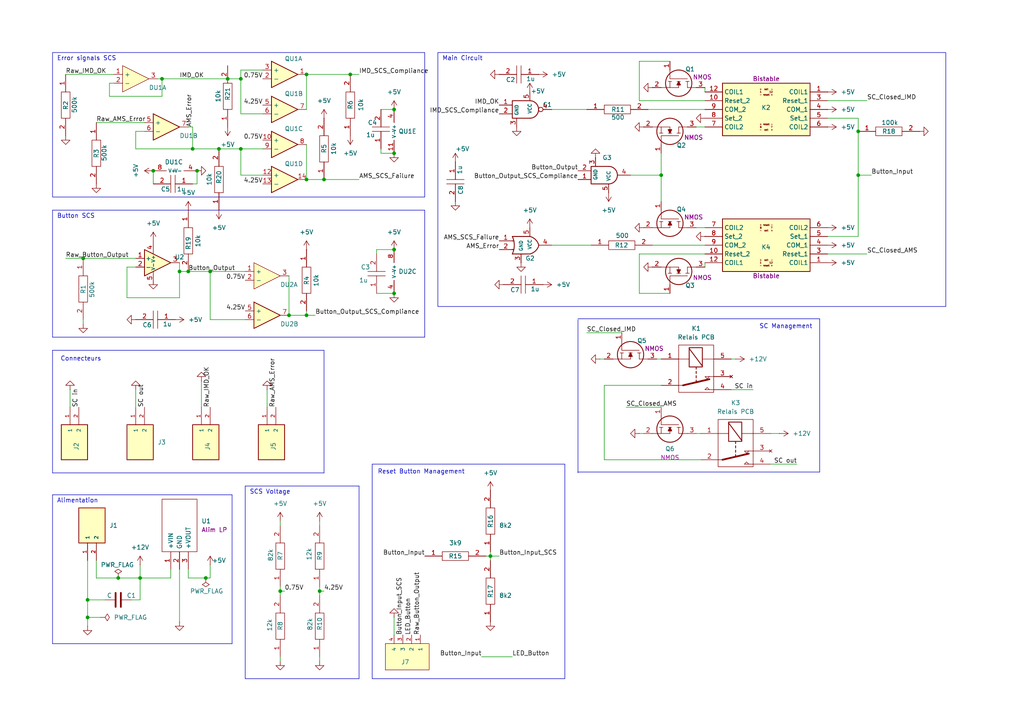
<source format=kicad_sch>
(kicad_sch (version 20231120) (generator "eeschema") (generator_version "8.0")
  (paper "A4")
  (title_block (title "IMD Reset"))
  (junction (at 248.92 50.8))
  (junction (at 88.9 91.44))
  (junction (at 69.85 43.18))
  (junction (at 55.88 43.18))
  (junction (at 88.9 21.59))
  (junction (at 83.82 91.44))
  (junction (at 88.9 52.07))
  (junction (at 69.85 22.86))
  (junction (at 142.24 161.29))
  (junction (at 191.77 50.8))
  (junction (at 25.4 173.99))
  (junction (at 59.69 167.64))
  (junction (at 114.3 72.39))
  (junction (at 248.92 38.1))
  (junction (at 57.15 49.53))
  (junction (at 52.07 78.74))
  (junction (at 34.29 167.64))
  (junction (at 81.28 171.45))
  (junction (at 66.04 22.86))
  (junction (at 63.5 43.18))
  (junction (at 101.6 21.59))
  (junction (at 114.3 31.75))
  (junction (at 25.4 179.07))
  (junction (at 44.45 49.53))
  (junction (at 114.3 85.09))
  (junction (at 40.64 167.64))
  (junction (at 114.3 44.45))
  (junction (at 46.99 22.86))
  (junction (at 60.96 78.74))
  (junction (at 24.13 74.93))
  (junction (at 92.71 171.45))
  (junction (at 93.98 52.07))
  (junction (at 54.61 78.74))
  (wire (pts (xy 173.99 104.14) (xy 175.26 104.14)))
  (wire (pts (xy 46.99 22.86) (xy 66.04 22.86)))
  (polyline (pts (xy 93.98 101.6) (xy 15.24 101.6)))
  (wire (pts (xy 231.14 134.62) (xy 223.52 134.62)))
  (wire (pts (xy 44.45 49.53) (xy 44.45 53.34)))
  (wire (pts (xy 101.6 21.59) (xy 104.14 21.59)))
  (wire (pts (xy 182.88 50.8) (xy 191.77 50.8)))
  (wire (pts (xy 92.71 171.45) (xy 93.98 171.45)))
  (wire (pts (xy 189.23 71.12) (xy 204.47 71.12)))
  (wire (pts (xy 71.12 92.71) (xy 60.96 92.71)))
  (wire (pts (xy 175.26 133.35) (xy 175.26 111.76)))
  (wire (pts (xy 19.05 21.59) (xy 33.02 21.59)))
  (wire (pts (xy 160.02 31.75) (xy 170.18 31.75)))
  (wire (pts (xy 83.82 91.44) (xy 88.9 91.44)))
  (wire (pts (xy 109.22 73.66) (xy 109.22 72.39)))
  (wire (pts (xy 88.9 52.07) (xy 93.98 52.07)))
  (polyline (pts (xy 15.24 186.69) (xy 67.31 186.69)))
  (wire (pts (xy 109.22 72.39) (xy 114.3 72.39)))
  (wire (pts (xy 39.37 113.03) (xy 39.37 118.11)))
  (wire (pts (xy 25.4 173.99) (xy 25.4 179.07)))
  (wire (pts (xy 92.71 170.18) (xy 92.71 171.45)))
  (wire (pts (xy 63.5 43.18) (xy 69.85 43.18)))
  (polyline (pts (xy 15.24 60.96) (xy 15.24 97.79)))
  (wire (pts (xy 201.93 125.73) (xy 203.2 125.73)))
  (wire (pts (xy 81.28 170.18) (xy 81.28 171.45)))
  (wire (pts (xy 251.46 73.66) (xy 240.03 73.66)))
  (wire (pts (xy 66.04 22.86) (xy 69.85 22.86)))
  (wire (pts (xy 204.47 25.4) (xy 204.47 26.67)))
  (wire (pts (xy 185.42 73.66) (xy 185.42 85.09)))
  (wire (pts (xy 175.26 111.76) (xy 191.77 111.76)))
  (wire (pts (xy 187.96 31.75) (xy 204.47 31.75)))
  (wire (pts (xy 60.96 78.74) (xy 60.96 92.71)))
  (polyline (pts (xy 93.98 137.16) (xy 93.98 101.6)))
  (wire (pts (xy 76.2 43.18) (xy 69.85 43.18)))
  (wire (pts (xy 52.07 78.74) (xy 52.07 86.36)))
  (polyline (pts (xy 167.64 136.906) (xy 237.744 136.906)))
  (wire (pts (xy 58.42 110.49) (xy 58.42 118.11)))
  (wire (pts (xy 88.9 21.59) (xy 101.6 21.59)))
  (polyline (pts (xy 67.31 186.69) (xy 67.31 143.51)))
  (wire (pts (xy 20.32 118.11) (xy 20.32 113.03)))
  (wire (pts (xy 49.53 167.64) (xy 40.64 167.64)))
  (polyline (pts (xy 15.24 137.16) (xy 93.98 137.16)))
  (wire (pts (xy 185.42 29.21) (xy 185.42 17.78)))
  (wire (pts (xy 144.78 161.29) (xy 142.24 161.29)))
  (wire (pts (xy 33.02 24.13) (xy 31.75 24.13)))
  (wire (pts (xy 185.42 85.09) (xy 194.31 85.09)))
  (wire (pts (xy 69.85 20.32) (xy 69.85 22.86)))
  (wire (pts (xy 44.45 82.55) (xy 44.45 81.28)))
  (wire (pts (xy 81.28 190.5) (xy 81.28 191.77)))
  (wire (pts (xy 24.13 92.71) (xy 24.13 93.98)))
  (wire (pts (xy 57.15 53.34) (xy 55.88 53.34)))
  (wire (pts (xy 77.47 118.11) (xy 77.47 113.03)))
  (wire (pts (xy 25.4 162.56) (xy 25.4 173.99)))
  (wire (pts (xy 248.92 38.1) (xy 248.92 50.8)))
  (wire (pts (xy 213.36 104.14) (xy 212.09 104.14)))
  (wire (pts (xy 31.75 24.13) (xy 31.75 27.94)))
  (polyline (pts (xy 123.19 60.96) (xy 15.24 60.96)))
  (wire (pts (xy 54.61 78.74) (xy 60.96 78.74)))
  (wire (pts (xy 252.73 50.8) (xy 248.92 50.8)))
  (wire (pts (xy 52.07 76.2) (xy 52.07 78.74)))
  (wire (pts (xy 52.07 78.74) (xy 54.61 78.74)))
  (wire (pts (xy 191.77 44.45) (xy 191.77 50.8)))
  (wire (pts (xy 46.99 27.94) (xy 46.99 22.86)))
  (wire (pts (xy 55.88 43.18) (xy 63.5 43.18)))
  (wire (pts (xy 52.07 165.1) (xy 52.07 180.34)))
  (wire (pts (xy 69.85 43.18) (xy 69.85 50.8)))
  (wire (pts (xy 83.82 80.01) (xy 83.82 91.44)))
  (wire (pts (xy 60.96 163.83) (xy 60.96 167.64)))
  (wire (pts (xy 81.28 171.45) (xy 82.55 171.45)))
  (wire (pts (xy 25.4 181.61) (xy 25.4 179.07)))
  (wire (pts (xy 110.49 43.18) (xy 110.49 44.45)))
  (wire (pts (xy 55.88 36.83) (xy 54.61 36.83)))
  (wire (pts (xy 114.3 179.07) (xy 114.3 184.15)))
  (wire (pts (xy 54.61 165.1) (xy 54.61 167.64)))
  (wire (pts (xy 201.93 66.04) (xy 204.47 66.04)))
  (wire (pts (xy 109.22 85.09) (xy 114.3 85.09)))
  (wire (pts (xy 190.5 104.14) (xy 191.77 104.14)))
  (wire (pts (xy 31.75 27.94) (xy 46.99 27.94)))
  (wire (pts (xy 57.15 53.34) (xy 57.15 49.53)))
  (wire (pts (xy 81.28 151.13) (xy 81.28 152.4)))
  (wire (pts (xy 24.13 74.93) (xy 39.37 74.93)))
  (wire (pts (xy 76.2 50.8) (xy 69.85 50.8)))
  (wire (pts (xy 54.61 167.64) (xy 59.69 167.64)))
  (wire (pts (xy 41.91 38.1) (xy 39.37 38.1)))
  (wire (pts (xy 248.92 34.29) (xy 248.92 38.1)))
  (wire (pts (xy 88.9 41.91) (xy 88.9 52.07)))
  (wire (pts (xy 88.9 91.44) (xy 91.44 91.44)))
  (wire (pts (xy 66.04 19.05) (xy 66.04 22.86)))
  (wire (pts (xy 160.02 71.12) (xy 171.45 71.12)))
  (wire (pts (xy 71.12 78.74) (xy 60.96 78.74)))
  (wire (pts (xy 248.92 50.8) (xy 248.92 68.58)))
  (polyline (pts (xy 104.14 196.85) (xy 71.12 196.85)))
  (wire (pts (xy 92.71 190.5) (xy 92.71 191.77)))
  (wire (pts (xy 69.85 33.02) (xy 76.2 33.02)))
  (wire (pts (xy 218.44 113.03) (xy 212.09 113.03)))
  (wire (pts (xy 39.37 43.18) (xy 55.88 43.18)))
  (wire (pts (xy 203.2 133.35) (xy 175.26 133.35)))
  (polyline (pts (xy 15.24 97.79) (xy 123.19 97.79)))
  (wire (pts (xy 55.88 43.18) (xy 55.88 36.83)))
  (wire (pts (xy 191.77 50.8) (xy 191.77 58.42)))
  (wire (pts (xy 19.05 74.93) (xy 24.13 74.93)))
  (wire (pts (xy 201.93 36.83) (xy 204.47 36.83)))
  (wire (pts (xy 181.61 118.11) (xy 191.77 118.11)))
  (wire (pts (xy 36.83 86.36) (xy 52.07 86.36)))
  (polyline (pts (xy 167.64 92.71) (xy 167.64 137.16)))
  (polyline (pts (xy 15.24 143.51) (xy 15.24 186.69)))
  (wire (pts (xy 39.37 38.1) (xy 39.37 43.18)))
  (wire (pts (xy 142.24 161.29) (xy 142.24 162.56)))
  (wire (pts (xy 34.29 167.64) (xy 40.64 167.64)))
  (wire (pts (xy 240.03 29.21) (xy 251.46 29.21)))
  (wire (pts (xy 81.28 171.45) (xy 81.28 172.72)))
  (wire (pts (xy 76.2 20.32) (xy 69.85 20.32)))
  (wire (pts (xy 142.24 161.29) (xy 140.97 161.29)))
  (wire (pts (xy 110.49 44.45) (xy 114.3 44.45)))
  (wire (pts (xy 29.21 179.07) (xy 25.4 179.07)))
  (wire (pts (xy 92.71 171.45) (xy 92.71 172.72)))
  (wire (pts (xy 49.53 165.1) (xy 49.53 167.64)))
  (wire (pts (xy 185.42 17.78) (xy 194.31 17.78)))
  (wire (pts (xy 180.34 96.52) (xy 170.18 96.52)))
  (wire (pts (xy 88.9 91.44) (xy 88.9 90.17)))
  (wire (pts (xy 59.69 167.64) (xy 60.96 167.64)))
  (wire (pts (xy 92.71 151.13) (xy 92.71 152.4)))
  (polyline (pts (xy 237.744 136.906) (xy 237.744 92.456)))
  (wire (pts (xy 38.1 173.99) (xy 40.64 173.99)))
  (wire (pts (xy 69.85 22.86) (xy 69.85 33.02)))
  (wire (pts (xy 27.94 35.56) (xy 41.91 35.56)))
  (wire (pts (xy 40.64 173.99) (xy 40.64 167.64)))
  (wire (pts (xy 240.03 68.58) (xy 248.92 68.58)))
  (wire (pts (xy 142.24 160.02) (xy 142.24 161.29)))
  (polyline (pts (xy 71.12 140.97) (xy 104.14 140.97)))
  (wire (pts (xy 27.94 167.64) (xy 34.29 167.64)))
  (polyline (pts (xy 15.24 101.6) (xy 15.24 137.16)))
  (wire (pts (xy 185.42 29.21) (xy 204.47 29.21)))
  (wire (pts (xy 27.94 162.56) (xy 27.94 167.64)))
  (wire (pts (xy 240.03 34.29) (xy 248.92 34.29)))
  (wire (pts (xy 204.47 76.2) (xy 204.47 77.47)))
  (wire (pts (xy 39.37 77.47) (xy 36.83 77.47)))
  (wire (pts (xy 104.14 52.07) (xy 93.98 52.07)))
  (wire (pts (xy 223.52 125.73) (xy 226.06 125.73)))
  (wire (pts (xy 139.7 190.5) (xy 148.59 190.5)))
  (wire (pts (xy 185.42 73.66) (xy 204.47 73.66)))
  (wire (pts (xy 46.99 22.86) (xy 45.72 22.86)))
  (polyline (pts (xy 71.12 140.97) (xy 71.12 196.85)))
  (polyline (pts (xy 104.14 140.97) (xy 104.14 196.85)))
  (wire (pts (xy 40.64 163.83) (xy 40.64 167.64)))
  (wire (pts (xy 185.42 125.73) (xy 186.69 125.73)))
  (polyline (pts (xy 67.31 143.51) (xy 15.24 143.51)))
  (wire (pts (xy 36.83 77.47) (xy 36.83 86.36)))
  (wire (pts (xy 25.4 173.99) (xy 30.48 173.99)))
  (polyline (pts (xy 237.744 92.456) (xy 167.64 92.456)))
  (wire (pts (xy 110.49 31.75) (xy 114.3 31.75)))
  (wire (pts (xy 88.9 21.59) (xy 88.9 31.75)))
  (polyline (pts (xy 123.19 97.79) (xy 123.19 60.96)))
  (rectangle (start 127 15.24) (end 274.32 88.9))
  (rectangle (start 107.95 134.62) (end 163.83 196.85))
  (rectangle (start 15.24 15.24) (end 123.19 57.15))
  (text "Error signals SCS" (at 16.51 17.78 0) (effects (font (size 1.27 1.27)) (justify left bottom)))
  (text "Button SCS\n" (at 16.51 63.5 0) (effects (font (size 1.27 1.27)) (justify left bottom)))
  (text "Alimentation\n" (at 16.51 146.05 0) (effects (font (size 1.27 1.27)) (justify left bottom)))
  (text "SC Management" (at 220.218 95.504 0) (effects (font (size 1.27 1.27)) (justify left bottom)))
  (text "Main Circuit" (at 128.27 17.78 0) (effects (font (size 1.27 1.27)) (justify left bottom)))
  (text "Reset Button Management" (at 122.174 136.906 0) (effects (font (size 1.27 1.27))))
  (text "SCS Voltage" (at 72.39 143.51 0) (effects (font (size 1.27 1.27)) (justify left bottom)))
  (text "Connecteurs\n" (at 17.526 104.902 0) (effects (font (size 1.27 1.27)) (justify left bottom)))
  (label "4.25V" (at 93.98 171.45 0))
  (label "Raw_AMS_Error" (at 80.01 118.11 90))
  (label "Button_Output_SCS_Compliance" (at 167.64 52.07 180))
  (label "Button_Output_SCS_Compliance" (at 91.44 91.44 0))
  (label "0.75V" (at 82.55 171.45 0))
  (label "SC in" (at 218.44 113.03 180))
  (label "Raw_IMD_OK" (at 60.96 118.11 90))
  (label "IMD_SCS_Compliance" (at 144.78 33.02 180))
  (label "Button_Input_SCS" (at 116.84 184.15 90))
  (label "0.75V" (at 76.2 22.86 180))
  (label "SC out" (at 231.14 134.62 180))
  (label "Button_Input" (at 139.7 190.5 180))
  (label "Button_Input" (at 252.73 50.8 0))
  (label "IMD_OK" (at 52.07 22.86 0))
  (label "0.75V" (at 71.12 81.28 180))
  (label "4.25V" (at 76.2 53.34 180))
  (label "Raw_Button_Output" (at 121.92 184.15 90))
  (label "IMD_SCS_Compliance" (at 104.14 21.59 0))
  (label "Button_Input_SCS" (at 144.78 161.29 0))
  (label "SC in" (at 22.86 118.11 90))
  (label "0.75V" (at 76.2 40.64 180))
  (label "LED_Button" (at 119.38 184.15 90))
  (label "Raw_IMD_OK" (at 19.05 21.59 0))
  (label "4.25V" (at 76.2 30.48 180))
  (label "SC out" (at 41.91 118.11 90))
  (label "AMS_SCS_Failure" (at 104.14 52.07 0))
  (label "4.25V" (at 71.12 90.17 180))
  (label "SC_Closed_AMS" (at 181.61 118.11 0))
  (label "Button_Output" (at 167.64 49.53 180))
  (label "IMD_OK" (at 144.78 30.48 180))
  (label "Button_Output" (at 54.61 78.74 0))
  (label "AMS_SCS_Failure" (at 144.78 69.85 180))
  (label "Raw_Button_Output" (at 19.05 74.93 0))
  (label "LED_Button" (at 148.59 190.5 0))
  (label "AMS_Error" (at 144.78 72.39 180))
  (label "Raw_AMS_Error" (at 27.94 35.56 0))
  (label "Button_Input" (at 123.19 161.29 180))
  (label "SC_Closed_IMD" (at 251.46 29.21 0))
  (label "SC_Closed_IMD" (at 170.18 96.52 0))
  (label "SC_Closed_AMS" (at 251.46 73.66 0))
  (label "AMS_Error" (at 55.88 36.83 90))
  (symbol (lib_id "power:+5V") (at 142.24 142.24 0) (mirror y) (unit 1)
    (property "Reference" "#PWR01" (effects (hide yes)))
    (property "Value" "+5V" (at 142.24 137.16 0))
    (property "Description" "Power symbol creates a global label with name \"+5V\"" (effects (hide yes)))
  )
  (symbol (lib_id "power:+5V") (at 92.71 151.13 0) (unit 1)
    (property "Reference" "#PWR07" (effects (hide yes)))
    (property "Value" "+5V" (at 92.71 146.05 0))
    (property "Description" "Power symbol creates a global label with name \"+5V\"" (effects (hide yes)))
  )
  (symbol (lib_id "power:+5V") (at 44.45 49.53 90) (unit 1)
    (property "Reference" "#PWR08" (effects (hide yes)))
    (property "Value" "+5V" (at 39.37 49.53 0))
    (property "Description" "Power symbol creates a global label with name \"+5V\"" (effects (hide yes)))
  )
  (symbol (lib_id "power:GND") (at 204.47 34.29 270) (unit 1)
    (property "Reference" "#GND021" (effects (hide yes)))
    (property "Value" "GND" (effects (hide yes)))
    (property "Description" "Power symbol creates a global label with name \"GND\" , ground" (effects (hide yes)))
  )
  (symbol (lib_id "EPSA_Lib:Gate OR SN74AHCT1G32DBVR") (at 148.59 71.12 0) (unit 1)
    (property "Reference" "G2" (at 152.4 74.93 0) (effects (justify left)))
    (property "Value" "Gate OR SN74AHCT1G32DBVR" (effects (hide yes)))
    (property "Footprint" "EPSA_lib:SOT95P280X145-5N" (effects (hide yes)))
    (property "Datasheet" "http://www.ti.com/lit/ds/symlink/sn74ahct1g32.pdf" (effects (hide yes)))
    (property "Description" "2-Input Positive-OR Gate SN74AHCT1G32DBV" (effects (hide yes)))
    (property "Sim.Pins" "4=1 1=2 2=3 5=4 3=5" (effects (hide yes)))
    (property "Sim.Device" "SPICE" (effects (hide yes)))
    (property "Sim.Params" "type=\"X\" model=\"SN74AHCT1G32\" lib=\"${EPSA_lib}\\SpiceModel\\OR_SN74AHCT1G32.lib\"" (effects (hide yes)))
    (property "Height" "1.45" (effects (hide yes)))
    (property "Manufacturer_Name" "Texas Instruments" (effects (hide yes)))
    (property "Manufacturer_Part_Number" "SN74AHCT1G32DBVR" (effects (hide yes)))
    (property "Mouser Part Number" "595-SN74AHCT1G32DBVR" (effects (hide yes)))
    (property "Mouser Price/Stock" "https://www.mouser.co.uk/ProductDetail/Texas-Instruments/SN74AHCT1G32DBVR?qs=0le1rQK8zxpIB8pUTaKa9Q%3D%3D" (effects (hide yes)))
    (property "Arrow Part Number" "SN74AHCT1G32DBVR" (effects (hide yes)))
    (property "Arrow Price/Stock" "https://www.arrow.com/en/products/sn74ahct1g32dbvr/texas-instruments" (effects (hide yes)))
    (property "Render Name" "Gate OR" (effects (hide yes)))
  )
  (symbol (lib_id "power:+5V") (at 81.28 151.13 0) (unit 1)
    (property "Reference" "#PWR06" (effects (hide yes)))
    (property "Value" "+5V" (at 81.28 146.05 0))
    (property "Description" "Power symbol creates a global label with name \"+5V\"" (effects (hide yes)))
  )
  (symbol (lib_id "EPSA_Lib:Condensateur 0805Y1000104JXT") (at 156.21 21.59 180) (unit 1)
    (property "Reference" "C2" (at 148.082 23.114 0))
    (property "Value" "1u" (at 153.924 22.86 0))
    (property "Footprint" "EPSA_lib:CAPC2012X130N" (effects (hide yes)))
    (property "Datasheet" "http://docs-europe.electrocomponents.com/webdocs/119d/0900766b8119d7bc.pdf" (effects (hide yes)))
    (property "Description" "Syfer 0805 Ceramic Chip Capacitors" (effects (hide yes)))
    (property "Sim.Pins" "1=+ 2=-" (effects (hide yes)))
    (property "Sim.Device" "C" (effects (hide yes)))
    (property "Height" "1.3" (effects (hide yes)))
    (property "Manufacturer_Name" "Syfer" (effects (hide yes)))
    (property "Manufacturer_Part_Number" "0805Y1000104JXT" (effects (hide yes)))
    (property "Render Name" "Condensateur" (effects (hide yes)))
  )
  (symbol (lib_id "power:GND") (at 20.32 113.03 180) (unit 1)
    (property "Reference" "#GND012" (effects (hide yes)))
    (property "Value" "GND" (effects (hide yes)))
    (property "Description" "Power symbol creates a global label with name \"GND\" , ground" (effects (hide yes)))
  )
  (symbol (lib_id "power:GND") (at 173.99 104.14 270) (unit 1)
    (property "Reference" "#GND01" (effects (hide yes)))
    (property "Value" "GND" (effects (hide yes)))
    (property "Description" "Power symbol creates a global label with name \"GND\" , ground" (effects (hide yes)))
  )
  (symbol (lib_id "power:GND") (at 58.42 110.49 180) (unit 1)
    (property "Reference" "#GND03" (effects (hide yes)))
    (property "Value" "GND" (effects (hide yes)))
    (property "Description" "Power symbol creates a global label with name \"GND\" , ground" (effects (hide yes)))
  )
  (symbol (lib_id "EPSA_Lib:Résistance RK73H2BLTDD2152F") (at 19.05 21.59 270) (unit 1)
    (property "Reference" "R2" (at 19.05 29.21 0) (effects (justify left)))
    (property "Value" "500k" (at 21.59 27.94 0) (effects (justify left)))
    (property "Footprint" "EPSA_lib:RESC3216X70N" (effects (hide yes)))
    (property "Datasheet" "http://www.koaspeer.com/catimages/Products/RK73H/RK73H.pdf" (effects (hide yes)))
    (property "Description" "Thick Film Resistors - SMD" (effects (hide yes)))
    (property "Height" "0.7" (effects (hide yes)))
    (property "Manufacturer_Name" "KOA Speer" (effects (hide yes)))
    (property "Manufacturer_Part_Number" "RK73H2BLTDD2152F" (effects (hide yes)))
    (property "Mouser Part Number" "N/A" (effects (hide yes)))
    (property "Mouser Price/Stock" "https://www.mouser.co.uk/ProductDetail/KOA-Speer/RK73H2BLTDD2152F?qs=WeIALVmW3zmyxMFsjVzMRw%3D%3D" (effects (hide yes)))
    (property "Sim.Device" "R" (effects (hide yes)))
    (property "Sim.Params" "type=\"R\" model=\"10k\" lib=\"\"" (effects (hide yes)))
    (property "Sim.Pins" "1=+ 2=-" (effects (hide yes)))
    (property "Render Name" "Résistance" (effects (hide yes)))
  )
  (symbol (lib_id "EPSA_Lib:Opamp_Dual") (at 35.56 22.86 0) (unit 1)
    (property "Reference" "DU1" (at 43.18 25.4 0) (effects (justify left)))
    (property "Value" "Opamp_Dual" (effects (hide yes)))
    (property "Footprint" "Package_SO:TSSOP-8_4.4x3mm_P0.65mm" (effects (hide yes)))
    (property "Datasheet" "https://www.ti.com/lit/gpn/tlv9064-q1" (effects (hide yes)))
    (property "Description" "Dual operational amplifier" (effects (hide yes)))
    (property "Manufacturer_Name" "Texas Instruments" (effects (hide yes)))
    (property "Manufacturer_Part_Number" "TLV9062QPWRQ1 " (effects (hide yes)))
    (property "Mouser Part Number" "595-TLV9062QPWRQ1 " (effects (hide yes)))
  )
  (symbol (lib_id "power:GND") (at 149.86 36.83 0) (unit 1)
    (property "Reference" "#GND015" (effects (hide yes)))
    (property "Value" "GND" (effects (hide yes)))
    (property "Description" "Power symbol creates a global label with name \"GND\" , ground" (effects (hide yes)))
  )
  (symbol (lib_id "power:+5V") (at 240.03 71.12 270) (unit 1)
    (property "Reference" "#PWR03" (effects (hide yes)))
    (property "Value" "+5V" (at 243.84 71.12 90) (effects (justify left)))
    (property "Description" "Power symbol creates a global label with name \"+5V\"" (effects (hide yes)))
  )
  (symbol (lib_id "EPSA_Lib:Opamp_Dual") (at 73.66 91.44 0) (unit 2)
    (property "Reference" "DU2" (at 81.28 93.98 0) (effects (justify left)))
    (property "Value" "Opamp_Dual" (effects (hide yes)))
    (property "Footprint" "Package_SO:TSSOP-8_4.4x3mm_P0.65mm" (effects (hide yes)))
    (property "Datasheet" "https://www.ti.com/lit/gpn/tlv9064-q1" (effects (hide yes)))
    (property "Description" "Dual operational amplifier" (effects (hide yes)))
    (property "Manufacturer_Name" "Texas Instruments" (effects (hide yes)))
    (property "Manufacturer_Part_Number" "TLV9062QPWRQ1 " (effects (hide yes)))
    (property "Mouser Part Number" "595-TLV9062QPWRQ1 " (effects (hide yes)))
  )
  (symbol (lib_id "power:GND") (at 44.45 81.28 0) (unit 1)
    (property "Reference" "#GND031" (effects (hide yes)))
    (property "Value" "GND" (effects (hide yes)))
    (property "Description" "Power symbol creates a global label with name \"GND\" , ground" (effects (hide yes)))
  )
  (symbol (lib_id "power:GND") (at 172.72 45.72 180) (unit 1)
    (property "Reference" "#GND028" (effects (hide yes)))
    (property "Value" "GND" (effects (hide yes)))
    (property "Description" "Power symbol creates a global label with name \"GND\" , ground" (effects (hide yes)))
  )
  (symbol (lib_id "EPSA_Lib:Résistance RK73H2BLTDD2152F") (at 88.9 72.39 270) (unit 1)
    (property "Reference" "R4" (at 88.9 80.01 0) (effects (justify left)))
    (property "Value" "10k" (at 91.694 79.502 0) (effects (justify left)))
    (property "Footprint" "EPSA_lib:RESC3216X70N" (effects (hide yes)))
    (property "Datasheet" "http://www.koaspeer.com/catimages/Products/RK73H/RK73H.pdf" (effects (hide yes)))
    (property "Description" "Thick Film Resistors - SMD" (effects (hide yes)))
    (property "Height" "0.7" (effects (hide yes)))
    (property "Manufacturer_Name" "KOA Speer" (effects (hide yes)))
    (property "Manufacturer_Part_Number" "RK73H2BLTDD2152F" (effects (hide yes)))
    (property "Mouser Part Number" "N/A" (effects (hide yes)))
    (property "Mouser Price/Stock" "https://www.mouser.co.uk/ProductDetail/KOA-Speer/RK73H2BLTDD2152F?qs=WeIALVmW3zmyxMFsjVzMRw%3D%3D" (effects (hide yes)))
    (property "Sim.Device" "R" (effects (hide yes)))
    (property "Sim.Params" "type=\"R\" model=\"10k\" lib=\"\"" (effects (hide yes)))
    (property "Sim.Pins" "1=+ 2=-" (effects (hide yes)))
    (property "Render Name" "Résistance" (effects (hide yes)))
  )
  (symbol (lib_id "power:+5V") (at 88.9 72.39 0) (unit 1)
    (property "Reference" "#PWR018" (effects (hide yes)))
    (property "Value" "+5V" (at 88.9 67.31 0))
    (property "Description" "Power symbol creates a global label with name \"+5V\"" (effects (hide yes)))
  )
  (symbol (lib_id "EPSA_Lib:Gate AND SN74AHCT1G08DBVR") (at 171.45 50.8 0) (mirror x) (unit 1)
    (property "Reference" "G3" (at 174.7284 45.72 0) (effects (justify left)))
    (property "Value" "Gate AND SN74AHCT1G08DBVR" (effects (hide yes)))
    (property "Footprint" "EPSA_lib:SOT95P280X145-5N" (effects (hide yes)))
    (property "Datasheet" "https://datasheet.datasheetarchive.com/originals/distributors/SFDatasheet-6/sf-000128638.pdf" (effects (hide yes)))
    (property "Description" "SN74AHCT1G08DBVR, Logic Gate 2 Input AND, AHCT, 8mA 5V 5-Pin SOT-23" (effects (hide yes)))
    (property "Sim.Pins" "4=1 1=2 2=3 5=4 3=5" (effects (hide yes)))
    (property "Sim.Device" "SPICE" (effects (hide yes)))
    (property "Sim.Params" "type=\"X\" model=\"SN74AHC1G08\" lib=\"${EPSA_lib}\\SpiceModel\\AND_SN74AHC1G08.lib\"" (effects (hide yes)))
    (property "Height" "1.45" (effects (hide yes)))
    (property "Manufacturer_Name" "Texas Instruments" (effects (hide yes)))
    (property "Manufacturer_Part_Number" "SN74AHCT1G08DBVR" (effects (hide yes)))
    (property "Mouser Part Number" "595-SN74AHCT1G08DBVR" (effects (hide yes)))
    (property "Mouser Price/Stock" "https://www.mouser.co.uk/ProductDetail/Texas-Instruments/SN74AHCT1G08DBVR?qs=8Pd2FuFSoMGY9AK%2Ftqwbcw%3D%3D" (effects (hide yes)))
    (property "Arrow Part Number" "SN74AHCT1G08DBVR" (effects (hide yes)))
    (property "Arrow Price/Stock" "https://www.arrow.com/en/products/sn74ahct1g08dbvr/texas-instruments?region=nac" (effects (hide yes)))
    (property "Render Name" "Gate AND" (effects (hide yes)))
  )
  (symbol (lib_id "EPSA_Lib:Opamp_Dual") (at 50.8 49.53 90) (unit 3)
    (property "Reference" "DU1" (at 53.086 46.99 90) (effects (justify left)))
    (property "Value" "Opamp_Dual" (effects (hide yes)))
    (property "Footprint" "Package_SO:TSSOP-8_4.4x3mm_P0.65mm" (effects (hide yes)))
    (property "Datasheet" "https://www.ti.com/lit/gpn/tlv9064-q1" (effects (hide yes)))
    (property "Description" "Dual operational amplifier" (effects (hide yes)))
    (property "Manufacturer_Name" "Texas Instruments" (effects (hide yes)))
    (property "Manufacturer_Part_Number" "TLV9062QPWRQ1 " (effects (hide yes)))
    (property "Mouser Part Number" "595-TLV9062QPWRQ1 " (effects (hide yes)))
  )
  (symbol (lib_id "power:GND") (at 151.13 76.2 0) (unit 1)
    (property "Reference" "#GND09" (effects (hide yes)))
    (property "Value" "GND" (effects (hide yes)))
    (property "Description" "Power symbol creates a global label with name \"GND\" , ground" (effects (hide yes)))
  )
  (symbol (lib_id "EPSA_Lib:Résistance RK73H2BLTDD2152F") (at 24.13 74.93 270) (unit 1)
    (property "Reference" "R1" (at 24.13 82.55 0) (effects (justify left)))
    (property "Value" "500k" (at 26.67 81.534 0) (effects (justify left)))
    (property "Footprint" "EPSA_lib:RESC3216X70N" (effects (hide yes)))
    (property "Datasheet" "http://www.koaspeer.com/catimages/Products/RK73H/RK73H.pdf" (effects (hide yes)))
    (property "Description" "Thick Film Resistors - SMD" (effects (hide yes)))
    (property "Height" "0.7" (effects (hide yes)))
    (property "Manufacturer_Name" "KOA Speer" (effects (hide yes)))
    (property "Manufacturer_Part_Number" "RK73H2BLTDD2152F" (effects (hide yes)))
    (property "Mouser Part Number" "N/A" (effects (hide yes)))
    (property "Mouser Price/Stock" "https://www.mouser.co.uk/ProductDetail/KOA-Speer/RK73H2BLTDD2152F?qs=WeIALVmW3zmyxMFsjVzMRw%3D%3D" (effects (hide yes)))
    (property "Sim.Device" "R" (effects (hide yes)))
    (property "Sim.Params" "type=\"R\" model=\"10k\" lib=\"\"" (effects (hide yes)))
    (property "Sim.Pins" "1=+ 2=-" (effects (hide yes)))
    (property "Render Name" "Résistance" (effects (hide yes)))
  )
  (symbol (lib_id "power:GND") (at 114.3 85.09 0) (unit 1)
    (property "Reference" "#GND030" (effects (hide yes)))
    (property "Value" "GND" (effects (hide yes)))
    (property "Description" "Power symbol creates a global label with name \"GND\" , ground" (effects (hide yes)))
  )
  (symbol (lib_id "EPSA_Lib:Résistance RK73H2BLTDD2152F") (at 101.6 39.37 90) (unit 1)
    (property "Reference" "R6" (at 101.6 31.75 0) (effects (justify left)))
    (property "Value" "10k" (at 104.648 32.258 0) (effects (justify left)))
    (property "Footprint" "EPSA_lib:RESC3216X70N" (effects (hide yes)))
    (property "Datasheet" "http://www.koaspeer.com/catimages/Products/RK73H/RK73H.pdf" (effects (hide yes)))
    (property "Description" "Thick Film Resistors - SMD" (effects (hide yes)))
    (property "Height" "0.7" (effects (hide yes)))
    (property "Manufacturer_Name" "KOA Speer" (effects (hide yes)))
    (property "Manufacturer_Part_Number" "RK73H2BLTDD2152F" (effects (hide yes)))
    (property "Mouser Part Number" "N/A" (effects (hide yes)))
    (property "Mouser Price/Stock" "https://www.mouser.co.uk/ProductDetail/KOA-Speer/RK73H2BLTDD2152F?qs=WeIALVmW3zmyxMFsjVzMRw%3D%3D" (effects (hide yes)))
    (property "Sim.Device" "R" (effects (hide yes)))
    (property "Sim.Params" "type=\"R\" model=\"10k\" lib=\"\"" (effects (hide yes)))
    (property "Sim.Pins" "1=+ 2=-" (effects (hide yes)))
    (property "Render Name" "Résistance" (effects (hide yes)))
  )
  (symbol (lib_id "EPSA_Lib:Résistance RK73H2BLTDD2152F") (at 171.45 71.12 0) (unit 1)
    (property "Reference" "R12" (at 178.308 71.12 0) (effects (justify left)))
    (property "Value" "500" (at 178.562 68.326 0) (effects (justify left)))
    (property "Footprint" "EPSA_lib:RESC3216X70N" (effects (hide yes)))
    (property "Datasheet" "http://www.koaspeer.com/catimages/Products/RK73H/RK73H.pdf" (effects (hide yes)))
    (property "Description" "Thick Film Resistors - SMD" (effects (hide yes)))
    (property "Height" "0.7" (effects (hide yes)))
    (property "Manufacturer_Name" "KOA Speer" (effects (hide yes)))
    (property "Manufacturer_Part_Number" "RK73H2BLTDD2152F" (effects (hide yes)))
    (property "Mouser Part Number" "N/A" (effects (hide yes)))
    (property "Mouser Price/Stock" "https://www.mouser.co.uk/ProductDetail/KOA-Speer/RK73H2BLTDD2152F?qs=WeIALVmW3zmyxMFsjVzMRw%3D%3D" (effects (hide yes)))
    (property "Sim.Device" "R" (effects (hide yes)))
    (property "Sim.Params" "type=\"R\" model=\"10k\" lib=\"\"" (effects (hide yes)))
    (property "Sim.Pins" "1=+ 2=-" (effects (hide yes)))
    (property "Render Name" "Résistance" (effects (hide yes)))
  )
  (symbol (lib_name "NMOS SQ2348ES-T1_GE3_1") (lib_id "EPSA_Lib:NMOS SQ2348ES-T1_GE3") (at 186.69 125.73 0) (unit 1)
    (property "Reference" "Q6" (at 194.31 130.175 0))
    (property "Value" "NMOS SQ2348ES-T1_GE3" (effects (hide yes)))
    (property "Footprint" "EPSA_lib:SOT95P237X112-3N" (effects (hide yes)))
    (property "Datasheet" "http://www.vishay.com/docs/63706/sq2348es.pdf" (effects (hide yes)))
    (property "Description" "VISHAY - SQ2348ES-T1_GE3 - MOSFET, AEC-Q101, N-CH, 30V, SOT-23" (effects (hide yes)))
    (property "Sim.Pins" "3=1 1=2 2=3" (effects (hide yes)))
    (property "Sim.Device" "SPICE" (effects (hide yes)))
    (property "Sim.Params" "type=\"X\" model=\"SQ2348ES\" lib=\"${EPSA_lib}\\SpiceModel\\NMOS_SQ2348ES_PS Rev A.LIB\"" (effects (hide yes)))
    (property "Height" "1.12" (effects (hide yes)))
    (property "Manufacturer_Name" "Vishay" (effects (hide yes)))
    (property "Manufacturer_Part_Number" "SQ2348ES-T1_GE3" (effects (hide yes)))
    (property "Mouser Part Number" "781-SQ2348ES-T1_GE3" (effects (hide yes)))
    (property "Mouser Price/Stock" "https://www.mouser.co.uk/ProductDetail/Vishay-Siliconix/SQ2348ES-T1_GE3?qs=jHkklCh7amgC88blremf%252Bw%3D%3D" (effects (hide yes)))
    (property "Render Name" "NMOS" (at 194.31 132.715 0))
  )
  (symbol (lib_id "power:GND") (at 52.07 180.34 0) (unit 1)
    (property "Reference" "#GND07" (effects (hide yes)))
    (property "Value" "GND" (effects (hide yes)))
    (property "Description" "Power symbol creates a global label with name \"GND\" , ground" (effects (hide yes)))
  )
  (symbol (lib_id "power:PWR_FLAG") (at 34.29 167.64 0) (unit 1)
    (property "Reference" "#FLG0102" (effects (hide yes)))
    (property "Value" "PWR_FLAG" (at 29.21 163.83 0) (effects (justify left)))
    (property "Description" "Special symbol for telling ERC where power comes from" (effects (hide yes)))
  )
  (symbol (lib_id "EPSA_Lib:Bistable V23079B1201B301") (at 240.03 26.67 0) (mirror y) (unit 1)
    (property "Reference" "K2" (at 223.52 30.48 0) (effects (justify left top)))
    (property "Value" "Bistable V23079B1201B301" (effects (hide yes)))
    (property "Footprint" "EPSA_lib:V23079B1201B301" (effects (hide yes)))
    (property "Datasheet" "https://www.te.com/commerce/DocumentDelivery/DDEController?Action=showdoc&DocId=Data+Sheet%7FP2_Relay%7FZ14%7Fpdf%7FEnglish%7FENG_DS_P2_Relay_Z14.pdf%7F3-1393788-3" (effects (hide yes)))
    (property "Description" "TE CONNECTIVITY / AXICOM - V23079B1201B301 - RELAY, SIGNAL, DPDT, 250VAC, 220VDC, 2A" (effects (hide yes)))
    (property "Height" "9.9" (effects (hide yes)))
    (property "Mouser Part Number" "655-V23079B1201B301" (effects (hide yes)))
    (property "Mouser Price/Stock" "https://www.mouser.co.uk/ProductDetail/TE-Connectivity-Axicom/V23079B1201B301?qs=Mpp7pS3%252Boa448t%252ByTVqVnw%3D%3D" (effects (hide yes)))
    (property "Manufacturer_Name" "TE Connectivity" (effects (hide yes)))
    (property "Manufacturer_Part_Number" "V23079B1201B301" (effects (hide yes)))
    (property "Render Name" "Bistable" (at 222.25 22.86 0))
  )
  (symbol (lib_id "power:GND") (at 77.47 113.03 180) (unit 1)
    (property "Reference" "#GND016" (effects (hide yes)))
    (property "Value" "GND" (effects (hide yes)))
    (property "Description" "Power symbol creates a global label with name \"GND\" , ground" (effects (hide yes)))
  )
  (symbol (lib_id "EPSA_Lib:Résistance RK73H2BLTDD2152F") (at 123.19 161.29 0) (mirror x) (unit 1)
    (property "Reference" "R15" (at 132.08 161.29 0))
    (property "Value" "3k9" (at 132.08 157.48 0))
    (property "Footprint" "EPSA_lib:RESC3216X70N" (effects (hide yes)))
    (property "Datasheet" "http://www.koaspeer.com/catimages/Products/RK73H/RK73H.pdf" (effects (hide yes)))
    (property "Description" "Thick Film Resistors - SMD" (effects (hide yes)))
    (property "Sim.Pins" "1=+ 2=-" (effects (hide yes)))
    (property "Sim.Device" "R" (effects (hide yes)))
    (property "Height" "0.7" (effects (hide yes)))
    (property "Manufacturer_Name" "KOA Speer" (effects (hide yes)))
    (property "Manufacturer_Part_Number" "RK73H2BLTDD2152F" (effects (hide yes)))
    (property "Mouser Part Number" "N/A" (effects (hide yes)))
    (property "Mouser Price/Stock" "https://www.mouser.co.uk/ProductDetail/KOA-Speer/RK73H2BLTDD2152F?qs=WeIALVmW3zmyxMFsjVzMRw%3D%3D" (effects (hide yes)))
    (property "Render Name" "Résistance" (effects (hide yes)))
  )
  (symbol (lib_id "EPSA_Lib:Résistance RK73H2BLTDD2152F") (at 92.71 170.18 90) (unit 1)
    (property "Reference" "R9" (at 92.71 162.56 0) (effects (justify left)))
    (property "Value" "12k" (at 89.662 162.56 0) (effects (justify left)))
    (property "Footprint" "EPSA_lib:RESC3216X70N" (effects (hide yes)))
    (property "Datasheet" "http://www.koaspeer.com/catimages/Products/RK73H/RK73H.pdf" (effects (hide yes)))
    (property "Description" "Thick Film Resistors - SMD" (effects (hide yes)))
    (property "Height" "0.7" (effects (hide yes)))
    (property "Manufacturer_Name" "KOA Speer" (effects (hide yes)))
    (property "Manufacturer_Part_Number" "RK73H2BLTDD2152F" (effects (hide yes)))
    (property "Mouser Part Number" "N/A" (effects (hide yes)))
    (property "Mouser Price/Stock" "https://www.mouser.co.uk/ProductDetail/KOA-Speer/RK73H2BLTDD2152F?qs=WeIALVmW3zmyxMFsjVzMRw%3D%3D" (effects (hide yes)))
    (property "Render Name" "Résistance" (effects (hide yes)))
    (property "Sim.Device" "R" (effects (hide yes)))
    (property "Sim.Params" "type=\"R\" model=\"2k\" lib=\"\"" (effects (hide yes)))
    (property "Sim.Pins" "1=+ 2=-" (effects (hide yes)))
  )
  (symbol (lib_id "EPSA_Lib:Alim LP TSR_0.5-2450") (at 54.61 163.83 90) (unit 1)
    (property "Reference" "U1" (at 58.42 151.1299 90) (effects (justify right)))
    (property "Value" "Alim LP TSR_0.5-2450" (effects (hide yes)))
    (property "Footprint" "EPSA_lib:TSR-0.5-2433" (effects (hide yes)))
    (property "Datasheet" "https://tracopower.com/tsr0-5-datasheet/" (effects (hide yes)))
    (property "Description" "0.5 Amp POL switching regulator, 4.75 to -32 VDC input, pos.-pos. circuit, LM78 compatible, SIP-3" (effects (hide yes)))
    (property "Sim.Pins" "1=1 2=2 3=3" (effects (hide yes)))
    (property "Sim.Device" "SPICE" (effects (hide yes)))
    (property "Sim.Params" "type=\"R\" model=\"Alim LP TSR_0.5-2450\" lib=\"\"" (effects (hide yes)))
    (property "Manufacturer_Name" "Traco Power" (effects (hide yes)))
    (property "Manufacturer_Part_Number" "TSR 0.5-2450" (effects (hide yes)))
    (property "Mouser Part Number" "495-TSR0.5-2450" (effects (hide yes)))
    (property "Mouser Price/Stock" "https://www.mouser.co.uk/ProductDetail/TRACO-Power/TSR-0.5-2450?qs=ckJk83FOD0XpEgQBSwF%2FIw%3D%3D" (effects (hide yes)))
    (property "Arrow Part Number" "TSR 0.5-2450" (effects (hide yes)))
    (property "Arrow Price/Stock" "https://www.arrow.com/en/products/tsr0.5-2450/traco-electronic-ag?region=europe" (effects (hide yes)))
    (property "Render Name" "Alim LP" (at 58.42 153.6699 90) (effects (justify right)))
  )
  (symbol (lib_id "EPSA_Lib:Opamp_Quad") (at 78.74 21.59 0) (unit 1)
    (property "Reference" "QU1" (at 82.55 17.018 0) (effects (justify left)))
    (property "Value" "Opamp_Quad" (effects (hide yes)))
    (property "Footprint" "Package_SO:TSSOP-14_4.4x5mm_P0.65mm" (effects (hide yes)))
    (property "Datasheet" "https://www.ti.com/lit/gpn/tlv9064-q1" (effects (hide yes)))
    (property "Description" "Quad operational amplifier" (effects (hide yes)))
    (property "Manufacturer_Name" "Texas Instruments" (effects (hide yes)))
    (property "Manufacturer_Part_Number" "TLV9064QPWRQ1 " (effects (hide yes)))
    (property "Mouser Part Number" "595-TLV9064QPWRQ1 " (effects (hide yes)))
  )
  (symbol (lib_id "power:GND") (at 39.37 92.71 270) (unit 1)
    (property "Reference" "#GND017" (effects (hide yes)))
    (property "Value" "GND" (effects (hide yes)))
    (property "Description" "Power symbol creates a global label with name \"GND\" , ground" (effects (hide yes)))
  )
  (symbol (lib_id "EPSA_Lib:Résistance RK73H2BLTDD2152F") (at 66.04 36.83 90) (unit 1)
    (property "Reference" "R21" (at 66.04 29.21 0) (effects (justify left)))
    (property "Value" "10k" (at 63.246 29.718 0) (effects (justify left)))
    (property "Footprint" "EPSA_lib:RESC3216X70N" (effects (hide yes)))
    (property "Datasheet" "http://www.koaspeer.com/catimages/Products/RK73H/RK73H.pdf" (effects (hide yes)))
    (property "Description" "Thick Film Resistors - SMD" (effects (hide yes)))
    (property "Height" "0.7" (effects (hide yes)))
    (property "Manufacturer_Name" "KOA Speer" (effects (hide yes)))
    (property "Manufacturer_Part_Number" "RK73H2BLTDD2152F" (effects (hide yes)))
    (property "Mouser Part Number" "N/A" (effects (hide yes)))
    (property "Mouser Price/Stock" "https://www.mouser.co.uk/ProductDetail/KOA-Speer/RK73H2BLTDD2152F?qs=WeIALVmW3zmyxMFsjVzMRw%3D%3D" (effects (hide yes)))
    (property "Sim.Device" "R" (effects (hide yes)))
    (property "Sim.Params" "type=\"R\" model=\"10k\" lib=\"\"" (effects (hide yes)))
    (property "Sim.Pins" "1=+ 2=-" (effects (hide yes)))
    (property "Render Name" "Résistance" (effects (hide yes)))
  )
  (symbol (lib_id "power:GND") (at 189.23 25.4 270) (unit 1)
    (property "Reference" "#GND022" (effects (hide yes)))
    (property "Value" "GND" (effects (hide yes)))
    (property "Description" "Power symbol creates a global label with name \"GND\" , ground" (effects (hide yes)))
  )
  (symbol (lib_id "EPSA_Lib:Bistable V23079B1201B301") (at 240.03 76.2 180) (unit 1)
    (property "Reference" "K4" (at 223.52 72.39 0) (effects (justify left top)))
    (property "Value" "Bistable V23079B1201B301" (effects (hide yes)))
    (property "Footprint" "EPSA_lib:V23079B1201B301" (effects (hide yes)))
    (property "Datasheet" "https://www.te.com/commerce/DocumentDelivery/DDEController?Action=showdoc&DocId=Data+Sheet%7FP2_Relay%7FZ14%7Fpdf%7FEnglish%7FENG_DS_P2_Relay_Z14.pdf%7F3-1393788-3" (effects (hide yes)))
    (property "Description" "TE CONNECTIVITY / AXICOM - V23079B1201B301 - RELAY, SIGNAL, DPDT, 250VAC, 220VDC, 2A" (effects (hide yes)))
    (property "Height" "9.9" (effects (hide yes)))
    (property "Mouser Part Number" "655-V23079B1201B301" (effects (hide yes)))
    (property "Mouser Price/Stock" "https://www.mouser.co.uk/ProductDetail/TE-Connectivity-Axicom/V23079B1201B301?qs=Mpp7pS3%252Boa448t%252ByTVqVnw%3D%3D" (effects (hide yes)))
    (property "Manufacturer_Name" "TE Connectivity" (effects (hide yes)))
    (property "Manufacturer_Part_Number" "V23079B1201B301" (effects (hide yes)))
    (property "Render Name" "Bistable" (at 222.25 80.01 0))
  )
  (symbol (lib_id "power:+5V") (at 153.67 66.04 0) (unit 1)
    (property "Reference" "#PWR017" (effects (hide yes)))
    (property "Value" "+5V" (at 153.67 60.96 0))
    (property "Description" "Power symbol creates a global label with name \"+5V\"" (effects (hide yes)))
  )
  (symbol (lib_id "power:+12V") (at 213.36 104.14 270) (unit 1)
    (property "Reference" "#PWR029" (effects (hide yes)))
    (property "Value" "+12V" (at 217.17 104.1399 90) (effects (justify left)))
    (property "Description" "Power symbol creates a global label with name \"+12V\"" (effects (hide yes)))
  )
  (symbol (lib_id "power:+12V") (at 40.64 163.83 0) (unit 1)
    (property "Reference" "#PWR02" (effects (hide yes)))
    (property "Value" "+12V" (at 40.64 158.75 0))
    (property "Description" "Power symbol creates a global label with name \"+12V\"" (effects (hide yes)))
  )
  (symbol (lib_id "EPSA_Lib:Condensateur 0805Y1000104JXT") (at 109.22 85.09 90) (unit 1)
    (property "Reference" "C3" (at 104.648 77.47 90) (effects (justify right)))
    (property "Value" "1u" (at 104.14 81.28 90) (effects (justify right)))
    (property "Footprint" "EPSA_lib:CAPC2012X130N" (effects (hide yes)))
    (property "Datasheet" "http://docs-europe.electrocomponents.com/webdocs/119d/0900766b8119d7bc.pdf" (effects (hide yes)))
    (property "Description" "Syfer 0805 Ceramic Chip Capacitors" (effects (hide yes)))
    (property "Sim.Pins" "1=+ 2=-" (effects (hide yes)))
    (property "Sim.Device" "C" (effects (hide yes)))
    (property "Height" "1.3" (effects (hide yes)))
    (property "Manufacturer_Name" "Syfer" (effects (hide yes)))
    (property "Manufacturer_Part_Number" "0805Y1000104JXT" (effects (hide yes)))
    (property "Render Name" "Condensateur" (effects (hide yes)))
  )
  (symbol (lib_id "EPSA_Lib:2P Droit 2-11-2022") (at 20.32 128.27 90) (mirror x) (unit 1)
    (property "Reference" "J2" (at 22.86 128.27 0) (effects (justify left bottom)))
    (property "Value" "2P Droit 2-11-2022" (effects (hide yes)))
    (property "Footprint" "EPSA_lib:MOLEX_22-11-2022" (effects (hide yes)))
    (property "Datasheet" "https://www.molex.com/en-us/products/part-detail/22112022?display=pdf" (effects (hide yes)))
    (property "Sim.Pins" "1=1 2=2" (effects (hide yes)))
    (property "Sim.Device" "SPICE" (effects (hide yes)))
    (property "Sim.Params" "type=\"J\" model=\"22-11-2022\" lib=\"\"" (effects (hide yes)))
    (property "MAXIMUM_PACKAGE_HEIGHT" "10.66mm" (effects (hide yes)))
    (property "PARTREV" "BD8" (effects (hide yes)))
    (property "STANDARD" "Manufacturer Recommendations" (effects (hide yes)))
    (property "MANUFACTURER" "Molex" (effects (hide yes)))
    (property "Render Name" "2P Droit" (effects (hide yes)))
    (property "Height" "10.66mm" (effects (hide yes)))
    (property "Manufacturer_Name" "Molex" (effects (hide yes)))
    (property "Manufacturer_Part_Number" "22-11-2022" (effects (hide yes)))
    (property "Mouser Part Number" "538-22-11-2022" (effects (hide yes)))
    (property "Mouser Price/Stock" "https://www.mouser.fr/ProductDetail/Molex/22-11-2022?qs=mrPiglD9aYLq1NGrfjXTJg%3D%3D" (effects (hide yes)))
  )
  (symbol (lib_id "power:+5V") (at 240.03 66.04 270) (unit 1)
    (property "Reference" "#PWR023" (effects (hide yes)))
    (property "Value" "+5V" (at 243.84 66.04 90) (effects (justify left)))
    (property "Description" "Power symbol creates a global label with name \"+5V\"" (effects (hide yes)))
  )
  (symbol (lib_id "power:+5V") (at 240.03 76.2 270) (unit 1)
    (property "Reference" "#PWR025" (effects (hide yes)))
    (property "Value" "+5V" (at 243.84 76.2 90) (effects (justify left)))
    (property "Description" "Power symbol creates a global label with name \"+5V\"" (effects (hide yes)))
  )
  (symbol (lib_id "power:GND") (at 81.28 191.77 0) (unit 1)
    (property "Reference" "#GND025" (effects (hide yes)))
    (property "Value" "GND" (effects (hide yes)))
    (property "Description" "Power symbol creates a global label with name \"GND\" , ground" (effects (hide yes)))
  )
  (symbol (lib_id "EPSA_Lib:Résistance RK73H2BLTDD2152F") (at 81.28 190.5 90) (unit 1)
    (property "Reference" "R8" (at 81.28 182.88 0) (effects (justify left)))
    (property "Value" "12k" (at 78.232 183.134 0) (effects (justify left)))
    (property "Footprint" "EPSA_lib:RESC3216X70N" (effects (hide yes)))
    (property "Datasheet" "http://www.koaspeer.com/catimages/Products/RK73H/RK73H.pdf" (effects (hide yes)))
    (property "Description" "Thick Film Resistors - SMD" (effects (hide yes)))
    (property "Height" "0.7" (effects (hide yes)))
    (property "Manufacturer_Name" "KOA Speer" (effects (hide yes)))
    (property "Manufacturer_Part_Number" "RK73H2BLTDD2152F" (effects (hide yes)))
    (property "Mouser Part Number" "N/A" (effects (hide yes)))
    (property "Mouser Price/Stock" "https://www.mouser.co.uk/ProductDetail/KOA-Speer/RK73H2BLTDD2152F?qs=WeIALVmW3zmyxMFsjVzMRw%3D%3D" (effects (hide yes)))
    (property "Render Name" "Résistance" (effects (hide yes)))
    (property "Sim.Device" "R" (effects (hide yes)))
    (property "Sim.Params" "type=\"R\" model=\"2k\" lib=\"\"" (effects (hide yes)))
    (property "Sim.Pins" "1=+ 2=-" (effects (hide yes)))
  )
  (symbol (lib_id "EPSA_Lib:Opamp_Dual") (at 73.66 80.01 0) (unit 1)
    (property "Reference" "DU2" (at 81.28 82.55 0) (effects (justify left)))
    (property "Value" "Opamp_Dual" (effects (hide yes)))
    (property "Footprint" "Package_SO:TSSOP-8_4.4x3mm_P0.65mm" (effects (hide yes)))
    (property "Datasheet" "https://www.ti.com/lit/gpn/tlv9064-q1" (effects (hide yes)))
    (property "Description" "Dual operational amplifier" (effects (hide yes)))
    (property "Manufacturer_Name" "Texas Instruments" (effects (hide yes)))
    (property "Manufacturer_Part_Number" "TLV9062QPWRQ1 " (effects (hide yes)))
    (property "Mouser Part Number" "595-TLV9062QPWRQ1 " (effects (hide yes)))
  )
  (symbol (lib_id "EPSA_Lib:2P Droit 2-11-2022") (at 39.37 128.27 90) (mirror x) (unit 1)
    (property "Reference" "J3" (at 45.72 128.2699 90) (effects (justify right)))
    (property "Value" "2P Droit 2-11-2022" (effects (hide yes)))
    (property "Footprint" "EPSA_lib:MOLEX_22-11-2022" (effects (hide yes)))
    (property "Datasheet" "https://www.molex.com/en-us/products/part-detail/22112022?display=pdf" (effects (hide yes)))
    (property "Sim.Pins" "1=1 2=2" (effects (hide yes)))
    (property "Sim.Device" "SPICE" (effects (hide yes)))
    (property "Sim.Params" "type=\"J\" model=\"22-11-2022\" lib=\"\"" (effects (hide yes)))
    (property "MAXIMUM_PACKAGE_HEIGHT" "10.66mm" (effects (hide yes)))
    (property "PARTREV" "BD8" (effects (hide yes)))
    (property "STANDARD" "Manufacturer Recommendations" (effects (hide yes)))
    (property "MANUFACTURER" "Molex" (effects (hide yes)))
    (property "Render Name" "2P Droit" (effects (hide yes)))
    (property "Height" "10.66mm" (effects (hide yes)))
    (property "Manufacturer_Name" "Molex" (effects (hide yes)))
    (property "Manufacturer_Part_Number" "22-11-2022" (effects (hide yes)))
    (property "Mouser Part Number" "538-22-11-2022" (effects (hide yes)))
    (property "Mouser Price/Stock" "https://www.mouser.fr/ProductDetail/Molex/22-11-2022?qs=mrPiglD9aYLq1NGrfjXTJg%3D%3D" (effects (hide yes)))
  )
  (symbol (lib_id "power:+5V") (at 240.03 26.67 270) (mirror x) (unit 1)
    (property "Reference" "#PWR05" (effects (hide yes)))
    (property "Value" "+5V" (at 243.84 26.67 90) (effects (justify left)))
    (property "Description" "Power symbol creates a global label with name \"+5V\"" (effects (hide yes)))
  )
  (symbol (lib_id "EPSA_Lib:Résistance RK73H2BLTDD2152F") (at 54.61 60.96 270) (unit 1)
    (property "Reference" "R19" (at 54.61 68.58 0) (effects (justify left)))
    (property "Value" "10k" (at 57.404 68.072 0) (effects (justify left)))
    (property "Footprint" "EPSA_lib:RESC3216X70N" (effects (hide yes)))
    (property "Datasheet" "http://www.koaspeer.com/catimages/Products/RK73H/RK73H.pdf" (effects (hide yes)))
    (property "Description" "Thick Film Resistors - SMD" (effects (hide yes)))
    (property "Height" "0.7" (effects (hide yes)))
    (property "Manufacturer_Name" "KOA Speer" (effects (hide yes)))
    (property "Manufacturer_Part_Number" "RK73H2BLTDD2152F" (effects (hide yes)))
    (property "Mouser Part Number" "N/A" (effects (hide yes)))
    (property "Mouser Price/Stock" "https://www.mouser.co.uk/ProductDetail/KOA-Speer/RK73H2BLTDD2152F?qs=WeIALVmW3zmyxMFsjVzMRw%3D%3D" (effects (hide yes)))
    (property "Sim.Device" "R" (effects (hide yes)))
    (property "Sim.Params" "type=\"R\" model=\"10k\" lib=\"\"" (effects (hide yes)))
    (property "Sim.Pins" "1=+ 2=-" (effects (hide yes)))
    (property "Render Name" "Résistance" (effects (hide yes)))
  )
  (symbol (lib_id "EPSA_Lib:Opamp") (at 44.45 76.2 0) (unit 1)
    (property "Reference" "U2" (at 52.07 74.549 0))
    (property "Value" "${SIM.PARAMS}" (effects (hide yes)))
    (property "Footprint" "Package_TO_SOT_SMD:SOT-353_SC-70-5_Handsoldering" (effects (hide yes)))
    (property "Datasheet" "https://www.ti.com/lit/gpn/tlv9064-q1" (effects (hide yes)))
    (property "Description" "Operational amplifier, single, node sequence=1:+ 2:- 3:OUT 4:V+ 5:V-" (effects (hide yes)))
    (property "Manufacturer_Name" "Texas Instruments" (effects (hide yes)))
    (property "Manufacturer_Part_Number" "TLV9061QDCKRQ1 " (effects (hide yes)))
    (property "Mouser Part Number" " 595-TLV9061QDCKRQ1 " (effects (hide yes)))
  )
  (symbol (lib_id "EPSA_Lib:Condensateur 0805Y1000104JXT") (at 132.08 46.99 270) (unit 1)
    (property "Reference" "C8" (at 133.604 55.118 0))
    (property "Value" "1u" (at 133.35 49.276 0))
    (property "Footprint" "EPSA_lib:CAPC2012X130N" (effects (hide yes)))
    (property "Datasheet" "http://docs-europe.electrocomponents.com/webdocs/119d/0900766b8119d7bc.pdf" (effects (hide yes)))
    (property "Description" "Syfer 0805 Ceramic Chip Capacitors" (effects (hide yes)))
    (property "Sim.Pins" "1=+ 2=-" (effects (hide yes)))
    (property "Sim.Device" "C" (effects (hide yes)))
    (property "Height" "1.3" (effects (hide yes)))
    (property "Manufacturer_Name" "Syfer" (effects (hide yes)))
    (property "Manufacturer_Part_Number" "0805Y1000104JXT" (effects (hide yes)))
    (property "Render Name" "Condensateur" (effects (hide yes)))
  )
  (symbol (lib_id "EPSA_Lib:NMOS SQ2348ES-T1_GE3") (at 180.975 73.025 0) (mirror x) (unit 1)
    (property "Reference" "Q3" (at 200.152 82.804 0))
    (property "Value" "NMOS SQ2348ES-T1_GE3" (effects (hide yes)))
    (property "Footprint" "EPSA_lib:SOT95P237X112-3N" (effects (hide yes)))
    (property "Datasheet" "http://www.vishay.com/docs/63706/sq2348es.pdf" (effects (hide yes)))
    (property "Description" "VISHAY - SQ2348ES-T1_GE3 - MOSFET, AEC-Q101, N-CH, 30V, SOT-23" (effects (hide yes)))
    (property "Sim.Pins" "3=1 1=2 2=3" (effects (hide yes)))
    (property "Sim.Device" "SPICE" (effects (hide yes)))
    (property "Sim.Params" "type=\"X\" model=\"SQ2348ES\" lib=\"${EPSA_lib}\\SpiceModel\\NMOS_SQ2348ES_PS Rev A.LIB\"" (effects (hide yes)))
    (property "Height" "1.12" (effects (hide yes)))
    (property "Manufacturer_Name" "Vishay" (effects (hide yes)))
    (property "Manufacturer_Part_Number" "SQ2348ES-T1_GE3" (effects (hide yes)))
    (property "Mouser Part Number" "781-SQ2348ES-T1_GE3" (effects (hide yes)))
    (property "Mouser Price/Stock" "https://www.mouser.co.uk/ProductDetail/Vishay-Siliconix/SQ2348ES-T1_GE3?qs=jHkklCh7amgC88blremf%252Bw%3D%3D" (effects (hide yes)))
    (property "Render Name" "NMOS" (at 203.708 80.518 0))
  )
  (symbol (lib_id "EPSA_Lib:Condensateur 0805Y1000104JXT") (at 110.49 43.18 90) (unit 1)
    (property "Reference" "C4" (at 106.68 35.56 90) (effects (justify right)))
    (property "Value" "1u" (at 106.172 39.116 90) (effects (justify right)))
    (property "Footprint" "EPSA_lib:CAPC2012X130N" (effects (hide yes)))
    (property "Datasheet" "http://docs-europe.electrocomponents.com/webdocs/119d/0900766b8119d7bc.pdf" (effects (hide yes)))
    (property "Description" "Syfer 0805 Ceramic Chip Capacitors" (effects (hide yes)))
    (property "Sim.Pins" "1=+ 2=-" (effects (hide yes)))
    (property "Sim.Device" "C" (effects (hide yes)))
    (property "Height" "1.3" (effects (hide yes)))
    (property "Manufacturer_Name" "Syfer" (effects (hide yes)))
    (property "Manufacturer_Part_Number" "0805Y1000104JXT" (effects (hide yes)))
    (property "Render Name" "Condensateur" (effects (hide yes)))
  )
  (symbol (lib_id "EPSA_Lib:Résistance RK73H2BLTDD2152F") (at 81.28 170.18 90) (unit 1)
    (property "Reference" "R7" (at 81.28 162.56 0) (effects (justify left)))
    (property "Value" "82k" (at 78.486 162.814 0) (effects (justify left)))
    (property "Footprint" "EPSA_lib:RESC3216X70N" (effects (hide yes)))
    (property "Datasheet" "http://www.koaspeer.com/catimages/Products/RK73H/RK73H.pdf" (effects (hide yes)))
    (property "Description" "Thick Film Resistors - SMD" (effects (hide yes)))
    (property "Height" "0.7" (effects (hide yes)))
    (property "Manufacturer_Name" "KOA Speer" (effects (hide yes)))
    (property "Manufacturer_Part_Number" "RK73H2BLTDD2152F" (effects (hide yes)))
    (property "Mouser Part Number" "N/A" (effects (hide yes)))
    (property "Mouser Price/Stock" "https://www.mouser.co.uk/ProductDetail/KOA-Speer/RK73H2BLTDD2152F?qs=WeIALVmW3zmyxMFsjVzMRw%3D%3D" (effects (hide yes)))
    (property "Render Name" "Résistance" (effects (hide yes)))
    (property "Sim.Device" "R" (effects (hide yes)))
    (property "Sim.Params" "type=\"R\" model=\"8k\" lib=\"\"" (effects (hide yes)))
    (property "Sim.Pins" "1=+ 2=-" (effects (hide yes)))
  )
  (symbol (lib_id "EPSA_Lib:4P Droit 22-11-2042") (at 119.38 189.23 270) (unit 1)
    (property "Reference" "J7" (at 116.332 192.024 90) (effects (justify left)))
    (property "Value" "4P Droit 22-11-2042" (effects (hide yes)))
    (property "Footprint" "EPSA_lib:MOLEX_22-11-2042" (effects (hide yes)))
    (property "Datasheet" "https://www.molex.com/en-us/products/part-detail/22112042?display=pdf" (effects (hide yes)))
    (property "Render Name" "4P Droit" (effects (hide yes)))
    (property "Manufacturer_Name" "Molex" (effects (hide yes)))
    (property "Manufacturer_Part_Number" "22-11-2042" (effects (hide yes)))
    (property "Mouser Part Number" "538-22-11-2042" (effects (hide yes)))
    (property "Mouser Price/Stock" "https://www.mouser.fr/ProductDetail/Molex/22-11-2042?qs=mrPiglD9aYJfi57%2FgjU4lw%3D%3D" (effects (hide yes)))
  )
  (symbol (lib_id "power:GND") (at 189.23 77.47 270) (unit 1)
    (property "Reference" "#GND08" (effects (hide yes)))
    (property "Value" "GND" (effects (hide yes)))
    (property "Description" "Power symbol creates a global label with name \"GND\" , ground" (effects (hide yes)))
  )
  (symbol (lib_id "power:GND") (at 186.69 36.83 270) (unit 1)
    (property "Reference" "#GND020" (effects (hide yes)))
    (property "Value" "GND" (effects (hide yes)))
    (property "Description" "Power symbol creates a global label with name \"GND\" , ground" (effects (hide yes)))
  )
  (symbol (lib_id "EPSA_Lib:Opamp_Dual") (at 44.45 36.83 0) (unit 2)
    (property "Reference" "DU1" (at 52.07 39.37 0) (effects (justify left)))
    (property "Value" "Opamp_Dual" (effects (hide yes)))
    (property "Footprint" "Package_SO:TSSOP-8_4.4x3mm_P0.65mm" (effects (hide yes)))
    (property "Datasheet" "https://www.ti.com/lit/gpn/tlv9064-q1" (effects (hide yes)))
    (property "Description" "Dual operational amplifier" (effects (hide yes)))
    (property "Manufacturer_Name" "Texas Instruments" (effects (hide yes)))
    (property "Manufacturer_Part_Number" "TLV9062QPWRQ1 " (effects (hide yes)))
    (property "Mouser Part Number" "595-TLV9062QPWRQ1 " (effects (hide yes)))
  )
  (symbol (lib_id "power:GND") (at 19.05 39.37 0) (unit 1)
    (property "Reference" "#GND027" (effects (hide yes)))
    (property "Value" "GND" (effects (hide yes)))
    (property "Description" "Power symbol creates a global label with name \"GND\" , ground" (effects (hide yes)))
  )
  (symbol (lib_id "EPSA_Lib:2P Droit 2-11-2022") (at 77.47 128.27 90) (mirror x) (unit 1)
    (property "Reference" "J5" (at 80.01 128.27 0) (effects (justify left bottom)))
    (property "Value" "2P Droit 2-11-2022" (effects (hide yes)))
    (property "Footprint" "EPSA_lib:MOLEX_22-11-2022" (effects (hide yes)))
    (property "Datasheet" "https://www.molex.com/en-us/products/part-detail/22112022?display=pdf" (effects (hide yes)))
    (property "Sim.Pins" "1=1 2=2" (effects (hide yes)))
    (property "Sim.Device" "SPICE" (effects (hide yes)))
    (property "Sim.Params" "type=\"J\" model=\"22-11-2022\" lib=\"\"" (effects (hide yes)))
    (property "MAXIMUM_PACKAGE_HEIGHT" "10.66mm" (effects (hide yes)))
    (property "PARTREV" "BD8" (effects (hide yes)))
    (property "STANDARD" "Manufacturer Recommendations" (effects (hide yes)))
    (property "MANUFACTURER" "Molex" (effects (hide yes)))
    (property "Render Name" "2P Droit" (effects (hide yes)))
    (property "Height" "10.66mm" (effects (hide yes)))
    (property "Manufacturer_Name" "Molex" (effects (hide yes)))
    (property "Manufacturer_Part_Number" "22-11-2022" (effects (hide yes)))
    (property "Mouser Part Number" "538-22-11-2022" (effects (hide yes)))
    (property "Mouser Price/Stock" "https://www.mouser.fr/ProductDetail/Molex/22-11-2022?qs=mrPiglD9aYLq1NGrfjXTJg%3D%3D" (effects (hide yes)))
  )
  (symbol (lib_id "EPSA_Lib:Condensateur 0805Y1000104JXT") (at 50.8 92.71 180) (unit 1)
    (property "Reference" "C6" (at 42.672 94.234 0))
    (property "Value" "1u" (at 48.514 93.98 0))
    (property "Footprint" "EPSA_lib:CAPC2012X130N" (effects (hide yes)))
    (property "Datasheet" "http://docs-europe.electrocomponents.com/webdocs/119d/0900766b8119d7bc.pdf" (effects (hide yes)))
    (property "Description" "Syfer 0805 Ceramic Chip Capacitors" (effects (hide yes)))
    (property "Sim.Pins" "1=+ 2=-" (effects (hide yes)))
    (property "Sim.Device" "C" (effects (hide yes)))
    (property "Height" "1.3" (effects (hide yes)))
    (property "Manufacturer_Name" "Syfer" (effects (hide yes)))
    (property "Manufacturer_Part_Number" "0805Y1000104JXT" (effects (hide yes)))
    (property "Render Name" "Condensateur" (effects (hide yes)))
  )
  (symbol (lib_id "power:GND") (at 204.47 68.58 270) (unit 1)
    (property "Reference" "#GND06" (effects (hide yes)))
    (property "Value" "GND" (effects (hide yes)))
    (property "Description" "Power symbol creates a global label with name \"GND\" , ground" (effects (hide yes)))
  )
  (symbol (lib_id "power:+5V") (at 44.45 69.85 0) (unit 1)
    (property "Reference" "#PWR016" (effects (hide yes)))
    (property "Value" "+5V" (at 44.45 64.77 0))
    (property "Description" "Power symbol creates a global label with name \"+5V\"" (effects (hide yes)))
  )
  (symbol (lib_id "power:GND") (at 57.15 49.53 90) (unit 1)
    (property "Reference" "#GND014" (effects (hide yes)))
    (property "Value" "GND" (effects (hide yes)))
    (property "Description" "Power symbol creates a global label with name \"GND\" , ground" (effects (hide yes)))
  )
  (symbol (lib_id "power:+5V") (at 156.21 21.59 270) (unit 1)
    (property "Reference" "#PWR020" (effects (hide yes)))
    (property "Value" "+5V" (at 160.02 21.5899 90) (effects (justify left)))
    (property "Description" "Power symbol creates a global label with name \"+5V\"" (effects (hide yes)))
  )
  (symbol (lib_id "EPSA_Lib:Gate NAND SN74AHCT1G00DBVR") (at 148.59 31.75 0) (unit 1)
    (property "Reference" "G1" (at 158.75 30.353 0))
    (property "Value" "Gate NAND SN74AHCT1G00DBVR" (effects (hide yes)))
    (property "Footprint" "EPSA_lib:SOT95P280X145-5N" (effects (hide yes)))
    (property "Datasheet" "http://www.ti.com/lit/gpn/sn74ahct1g00" (effects (hide yes)))
    (property "Description" "Single 2-Input Positive-NAND Gate" (effects (hide yes)))
    (property "Sim.Pins" "4=1 1=2 2=3 5=4 3=5" (effects (hide yes)))
    (property "Sim.Device" "SPICE" (effects (hide yes)))
    (property "Sim.Params" "type=\"X\" model=\"SN74AHCT1G00\" lib=\"${EPSA_lib}\\SpiceModel\\NAND_SN74AHCT1G00.lib\"" (effects (hide yes)))
    (property "Height" "1.45" (effects (hide yes)))
    (property "Manufacturer_Name" "Texas Instruments" (effects (hide yes)))
    (property "Manufacturer_Part_Number" "SN74AHCT1G00DBVR" (effects (hide yes)))
    (property "Mouser Part Number" "595-SN74AHCT1G00DBVR" (effects (hide yes)))
    (property "Mouser Price/Stock" "https://www.mouser.co.uk/ProductDetail/Texas-Instruments/SN74AHCT1G00DBVR?qs=w32V8uFkMxnwwXcMH%2F61Dg%3D%3D" (effects (hide yes)))
    (property "Arrow Part Number" "SN74AHCT1G00DBVR" (effects (hide yes)))
    (property "Arrow Price/Stock" "https://www.arrow.com/en/products/sn74ahct1g00dbvr/texas-instruments" (effects (hide yes)))
    (property "Render Name" "Gate NAND" (effects (hide yes)))
  )
  (symbol (lib_id "power:GND") (at 114.3 179.07 180) (unit 1)
    (property "Reference" "#GND013" (effects (hide yes)))
    (property "Value" "GND" (effects (hide yes)))
    (property "Description" "Power symbol creates a global label with name \"GND\" , ground" (effects (hide yes)))
  )
  (symbol (lib_id "power:GND") (at 186.69 66.04 270) (unit 1)
    (property "Reference" "#GND04" (effects (hide yes)))
    (property "Value" "GND" (effects (hide yes)))
    (property "Description" "Power symbol creates a global label with name \"GND\" , ground" (effects (hide yes)))
  )
  (symbol (lib_id "power:GND") (at 24.13 93.98 0) (unit 1)
    (property "Reference" "#GND010" (effects (hide yes)))
    (property "Value" "GND" (effects (hide yes)))
    (property "Description" "Power symbol creates a global label with name \"GND\" , ground" (effects (hide yes)))
  )
  (symbol (lib_id "power:PWR_FLAG") (at 59.69 167.64 180) (unit 1)
    (property "Reference" "#FLG01" (effects (hide yes)))
    (property "Value" "PWR_FLAG" (at 64.77 171.45 0) (effects (justify left)))
    (property "Description" "Special symbol for telling ERC where power comes from" (effects (hide yes)))
  )
  (symbol (lib_id "power:+5V") (at 66.04 36.83 180) (unit 1)
    (property "Reference" "#PWR028" (effects (hide yes)))
    (property "Value" "+5V" (at 66.04 41.91 0))
    (property "Description" "Power symbol creates a global label with name \"+5V\"" (effects (hide yes)))
  )
  (symbol (lib_id "power:+5V") (at 54.61 60.96 0) (unit 1)
    (property "Reference" "#PWR026" (effects (hide yes)))
    (property "Value" "+5V" (at 54.61 55.88 0))
    (property "Description" "Power symbol creates a global label with name \"+5V\"" (effects (hide yes)))
  )
  (symbol (lib_id "power:+5V") (at 114.3 72.39 0) (unit 1)
    (property "Reference" "#PWR015" (effects (hide yes)))
    (property "Value" "+5V" (at 114.3 67.31 0))
    (property "Description" "Power symbol creates a global label with name \"+5V\"" (effects (hide yes)))
  )
  (symbol (lib_id "EPSA_Lib:Résistance RK73H2BLTDD2152F") (at 142.24 180.34 270) (mirror x) (unit 1)
    (property "Reference" "R17" (at 142.24 173.482 0) (effects (justify left)))
    (property "Value" "8k2" (at 144.78 172.7199 90) (effects (justify left)))
    (property "Footprint" "EPSA_lib:RESC3216X70N" (effects (hide yes)))
    (property "Datasheet" "http://www.koaspeer.com/catimages/Products/RK73H/RK73H.pdf" (effects (hide yes)))
    (property "Description" "Thick Film Resistors - SMD" (effects (hide yes)))
    (property "Sim.Pins" "1=+ 2=-" (effects (hide yes)))
    (property "Sim.Device" "R" (effects (hide yes)))
    (property "Height" "0.7" (effects (hide yes)))
    (property "Manufacturer_Name" "KOA Speer" (effects (hide yes)))
    (property "Manufacturer_Part_Number" "RK73H2BLTDD2152F" (effects (hide yes)))
    (property "Mouser Part Number" "N/A" (effects (hide yes)))
    (property "Mouser Price/Stock" "https://www.mouser.co.uk/ProductDetail/KOA-Speer/RK73H2BLTDD2152F?qs=WeIALVmW3zmyxMFsjVzMRw%3D%3D" (effects (hide yes)))
    (property "Render Name" "Résistance" (effects (hide yes)))
  )
  (symbol (lib_id "EPSA_Lib:NMOS SQ2348ES-T1_GE3") (at 178.435 70.485 0) (unit 1)
    (property "Reference" "Q4" (at 197.612 60.706 0))
    (property "Value" "NMOS SQ2348ES-T1_GE3" (effects (hide yes)))
    (property "Footprint" "EPSA_lib:SOT95P237X112-3N" (effects (hide yes)))
    (property "Datasheet" "http://www.vishay.com/docs/63706/sq2348es.pdf" (effects (hide yes)))
    (property "Description" "VISHAY - SQ2348ES-T1_GE3 - MOSFET, AEC-Q101, N-CH, 30V, SOT-23" (effects (hide yes)))
    (property "Sim.Pins" "3=1 1=2 2=3" (effects (hide yes)))
    (property "Sim.Device" "SPICE" (effects (hide yes)))
    (property "Sim.Params" "type=\"X\" model=\"SQ2348ES\" lib=\"${EPSA_lib}\\SpiceModel\\NMOS_SQ2348ES_PS Rev A.LIB\"" (effects (hide yes)))
    (property "Height" "1.12" (effects (hide yes)))
    (property "Manufacturer_Name" "Vishay" (effects (hide yes)))
    (property "Manufacturer_Part_Number" "SQ2348ES-T1_GE3" (effects (hide yes)))
    (property "Mouser Part Number" "781-SQ2348ES-T1_GE3" (effects (hide yes)))
    (property "Mouser Price/Stock" "https://www.mouser.co.uk/ProductDetail/Vishay-Siliconix/SQ2348ES-T1_GE3?qs=jHkklCh7amgC88blremf%252Bw%3D%3D" (effects (hide yes)))
    (property "Render Name" "NMOS" (at 201.168 62.992 0))
  )
  (symbol (lib_id "EPSA_Lib:Opamp_Quad") (at 78.74 31.75 0) (unit 2)
    (property "Reference" "QU1" (at 82.55 27.178 0) (effects (justify left)))
    (property "Value" "Opamp_Quad" (effects (hide yes)))
    (property "Footprint" "Package_SO:TSSOP-14_4.4x5mm_P0.65mm" (effects (hide yes)))
    (property "Datasheet" "https://www.ti.com/lit/gpn/tlv9064-q1" (effects (hide yes)))
    (property "Description" "Quad operational amplifier" (effects (hide yes)))
    (property "Manufacturer_Name" "Texas Instruments" (effects (hide yes)))
    (property "Manufacturer_Part_Number" "TLV9064QPWRQ1 " (effects (hide yes)))
    (property "Mouser Part Number" "595-TLV9064QPWRQ1 " (effects (hide yes)))
  )
  (symbol (lib_id "EPSA_Lib:Résistance RK73H2BLTDD2152F") (at 170.18 31.75 0) (unit 1)
    (property "Reference" "R11" (at 177.292 31.75 0) (effects (justify left)))
    (property "Value" "500" (at 177.292 34.036 0) (effects (justify left)))
    (property "Footprint" "EPSA_lib:RESC3216X70N" (effects (hide yes)))
    (property "Datasheet" "http://www.koaspeer.com/catimages/Products/RK73H/RK73H.pdf" (effects (hide yes)))
    (property "Description" "Thick Film Resistors - SMD" (effects (hide yes)))
    (property "Height" "0.7" (effects (hide yes)))
    (property "Manufacturer_Name" "KOA Speer" (effects (hide yes)))
    (property "Manufacturer_Part_Number" "RK73H2BLTDD2152F" (effects (hide yes)))
    (property "Mouser Part Number" "N/A" (effects (hide yes)))
    (property "Mouser Price/Stock" "https://www.mouser.co.uk/ProductDetail/KOA-Speer/RK73H2BLTDD2152F?qs=WeIALVmW3zmyxMFsjVzMRw%3D%3D" (effects (hide yes)))
    (property "Sim.Device" "R" (effects (hide yes)))
    (property "Sim.Params" "type=\"R\" model=\"10k\" lib=\"\"" (effects (hide yes)))
    (property "Sim.Pins" "1=+ 2=-" (effects (hide yes)))
    (property "Render Name" "Résistance" (effects (hide yes)))
  )
  (symbol (lib_id "EPSA_Lib:Relais PCB") (at 200.66 129.54 0) (unit 1)
    (property "Reference" "K3" (at 213.36 116.84 0))
    (property "Value" "Relais PCB" (at 213.36 119.38 0))
    (property "Footprint" "EPSA_lib:CP112V" (effects (hide yes)))
    (property "Datasheet" "https://www3.panasonic.biz/ac/e/uacs/download/index.jsp?c=vehicle_download" (effects (hide yes)))
    (property "Description" "PANASONIC ELECTRIC WORKS - CP1-12V - RELAY, AUTOMOTIVE, SPDT, 14VDC, 20A" (effects (hide yes)))
    (property "Height" "9.5" (effects (hide yes)))
    (property "Mouser Part Number" "769-CP1-12V" (effects (hide yes)))
    (property "Mouser Price/Stock" "https://www.mouser.co.uk/ProductDetail/Panasonic-Industrial-Devices/CP1-12V?qs=mTeSeKeuVA7dPPafy7M16g%3D%3D" (effects (hide yes)))
    (property "Manufacturer_Name" "Panasonic" (effects (hide yes)))
    (property "Manufacturer_Part_Number" "CP1-12V" (effects (hide yes)))
  )
  (symbol (lib_id "EPSA_Lib:NMOS SQ2348ES-T1_GE3") (at 180.975 29.845 0) (unit 1)
    (property "Reference" "Q1" (at 200.152 20.066 0))
    (property "Value" "NMOS SQ2348ES-T1_GE3" (effects (hide yes)))
    (property "Footprint" "EPSA_lib:SOT95P237X112-3N" (effects (hide yes)))
    (property "Datasheet" "http://www.vishay.com/docs/63706/sq2348es.pdf" (effects (hide yes)))
    (property "Description" "VISHAY - SQ2348ES-T1_GE3 - MOSFET, AEC-Q101, N-CH, 30V, SOT-23" (effects (hide yes)))
    (property "Sim.Pins" "3=1 1=2 2=3" (effects (hide yes)))
    (property "Sim.Device" "SPICE" (effects (hide yes)))
    (property "Sim.Params" "type=\"X\" model=\"SQ2348ES\" lib=\"${EPSA_lib}\\SpiceModel\\NMOS_SQ2348ES_PS Rev A.LIB\"" (effects (hide yes)))
    (property "Height" "1.12" (effects (hide yes)))
    (property "Manufacturer_Name" "Vishay" (effects (hide yes)))
    (property "Manufacturer_Part_Number" "SQ2348ES-T1_GE3" (effects (hide yes)))
    (property "Mouser Part Number" "781-SQ2348ES-T1_GE3" (effects (hide yes)))
    (property "Mouser Price/Stock" "https://www.mouser.co.uk/ProductDetail/Vishay-Siliconix/SQ2348ES-T1_GE3?qs=jHkklCh7amgC88blremf%252Bw%3D%3D" (effects (hide yes)))
    (property "Render Name" "NMOS" (at 203.708 22.352 0))
  )
  (symbol (lib_id "power:+5V") (at 132.08 46.99 0) (unit 1)
    (property "Reference" "#PWR022" (effects (hide yes)))
    (property "Value" "+5V" (at 132.0799 43.18 0) (effects (justify left)))
    (property "Description" "Power symbol creates a global label with name \"+5V\"" (effects (hide yes)))
  )
  (symbol (lib_id "EPSA_Lib:Condensateur 0805Y1000104JXT") (at 55.88 53.34 180) (unit 1)
    (property "Reference" "C5" (at 48.006 54.864 0))
    (property "Value" "1u" (at 52.578 54.864 0))
    (property "Footprint" "EPSA_lib:CAPC2012X130N" (effects (hide yes)))
    (property "Datasheet" "http://docs-europe.electrocomponents.com/webdocs/119d/0900766b8119d7bc.pdf" (effects (hide yes)))
    (property "Description" "Syfer 0805 Ceramic Chip Capacitors" (effects (hide yes)))
    (property "Sim.Pins" "1=+ 2=-" (effects (hide yes)))
    (property "Sim.Device" "C" (effects (hide yes)))
    (property "Height" "1.3" (effects (hide yes)))
    (property "Manufacturer_Name" "Syfer" (effects (hide yes)))
    (property "Manufacturer_Part_Number" "0805Y1000104JXT" (effects (hide yes)))
    (property "Render Name" "Condensateur" (effects (hide yes)))
  )
  (symbol (lib_id "EPSA_Lib:Résistance RK73H2BLTDD2152F") (at 63.5 60.96 90) (unit 1)
    (property "Reference" "R20" (at 63.5 53.34 0) (effects (justify left)))
    (property "Value" "10k" (at 60.706 53.848 0) (effects (justify left)))
    (property "Footprint" "EPSA_lib:RESC3216X70N" (effects (hide yes)))
    (property "Datasheet" "http://www.koaspeer.com/catimages/Products/RK73H/RK73H.pdf" (effects (hide yes)))
    (property "Description" "Thick Film Resistors - SMD" (effects (hide yes)))
    (property "Height" "0.7" (effects (hide yes)))
    (property "Manufacturer_Name" "KOA Speer" (effects (hide yes)))
    (property "Manufacturer_Part_Number" "RK73H2BLTDD2152F" (effects (hide yes)))
    (property "Mouser Part Number" "N/A" (effects (hide yes)))
    (property "Mouser Price/Stock" "https://www.mouser.co.uk/ProductDetail/KOA-Speer/RK73H2BLTDD2152F?qs=WeIALVmW3zmyxMFsjVzMRw%3D%3D" (effects (hide yes)))
    (property "Sim.Device" "R" (effects (hide yes)))
    (property "Sim.Params" "type=\"R\" model=\"10k\" lib=\"\"" (effects (hide yes)))
    (property "Sim.Pins" "1=+ 2=-" (effects (hide yes)))
    (property "Render Name" "Résistance" (effects (hide yes)))
  )
  (symbol (lib_id "power:+5V") (at 50.8 92.71 270) (unit 1)
    (property "Reference" "#PWR019" (effects (hide yes)))
    (property "Value" "+5V" (at 54.61 92.7099 90) (effects (justify left)))
    (property "Description" "Power symbol creates a global label with name \"+5V\"" (effects (hide yes)))
  )
  (symbol (lib_id "power:+5V") (at 93.98 34.29 0) (unit 1)
    (property "Reference" "#PWR012" (effects (hide yes)))
    (property "Value" "+5V" (at 93.98 29.21 0))
    (property "Description" "Power symbol creates a global label with name \"+5V\"" (effects (hide yes)))
  )
  (symbol (lib_id "EPSA_Lib:Opamp_Quad") (at 78.74 52.07 0) (unit 4)
    (property "Reference" "QU1" (at 82.55 47.498 0) (effects (justify left)))
    (property "Value" "Opamp_Quad" (effects (hide yes)))
    (property "Footprint" "Package_SO:TSSOP-14_4.4x5mm_P0.65mm" (effects (hide yes)))
    (property "Datasheet" "https://www.ti.com/lit/gpn/tlv9064-q1" (effects (hide yes)))
    (property "Description" "Quad operational amplifier" (effects (hide yes)))
    (property "Manufacturer_Name" "Texas Instruments" (effects (hide yes)))
    (property "Manufacturer_Part_Number" "TLV9064QPWRQ1 " (effects (hide yes)))
    (property "Mouser Part Number" "595-TLV9064QPWRQ1 " (effects (hide yes)))
  )
  (symbol (lib_id "EPSA_Lib:NMOS SQ2348ES-T1_GE3") (at 178.435 32.385 0) (mirror x) (unit 1)
    (property "Reference" "Q2" (at 197.612 42.164 0))
    (property "Value" "NMOS SQ2348ES-T1_GE3" (effects (hide yes)))
    (property "Footprint" "EPSA_lib:SOT95P237X112-3N" (effects (hide yes)))
    (property "Datasheet" "http://www.vishay.com/docs/63706/sq2348es.pdf" (effects (hide yes)))
    (property "Description" "VISHAY - SQ2348ES-T1_GE3 - MOSFET, AEC-Q101, N-CH, 30V, SOT-23" (effects (hide yes)))
    (property "Sim.Pins" "3=1 1=2 2=3" (effects (hide yes)))
    (property "Sim.Device" "SPICE" (effects (hide yes)))
    (property "Sim.Params" "type=\"X\" model=\"SQ2348ES\" lib=\"${EPSA_lib}\\SpiceModel\\NMOS_SQ2348ES_PS Rev A.LIB\"" (effects (hide yes)))
    (property "Height" "1.12" (effects (hide yes)))
    (property "Manufacturer_Name" "Vishay" (effects (hide yes)))
    (property "Manufacturer_Part_Number" "SQ2348ES-T1_GE3" (effects (hide yes)))
    (property "Mouser Part Number" "781-SQ2348ES-T1_GE3" (effects (hide yes)))
    (property "Mouser Price/Stock" "https://www.mouser.co.uk/ProductDetail/Vishay-Siliconix/SQ2348ES-T1_GE3?qs=jHkklCh7amgC88blremf%252Bw%3D%3D" (effects (hide yes)))
    (property "Render Name" "NMOS" (at 201.168 39.878 0))
  )
  (symbol (lib_id "power:GND") (at 144.78 21.59 270) (unit 1)
    (property "Reference" "#GND029" (effects (hide yes)))
    (property "Value" "GND" (effects (hide yes)))
    (property "Description" "Power symbol creates a global label with name \"GND\" , ground" (effects (hide yes)))
  )
  (symbol (lib_id "EPSA_Lib:Résistance RK73H2BLTDD2152F") (at 248.92 38.1 0) (mirror x) (unit 1)
    (property "Reference" "R18" (at 257.81 38.1 0))
    (property "Value" "100k" (at 258.064 35.56 0))
    (property "Footprint" "EPSA_lib:RESC3216X70N" (effects (hide yes)))
    (property "Datasheet" "http://www.koaspeer.com/catimages/Products/RK73H/RK73H.pdf" (effects (hide yes)))
    (property "Description" "Thick Film Resistors - SMD" (effects (hide yes)))
    (property "Sim.Pins" "1=+ 2=-" (effects (hide yes)))
    (property "Sim.Device" "R" (effects (hide yes)))
    (property "Height" "0.7" (effects (hide yes)))
    (property "Manufacturer_Name" "KOA Speer" (effects (hide yes)))
    (property "Manufacturer_Part_Number" "RK73H2BLTDD2152F" (effects (hide yes)))
    (property "Mouser Part Number" "N/A" (effects (hide yes)))
    (property "Mouser Price/Stock" "https://www.mouser.co.uk/ProductDetail/KOA-Speer/RK73H2BLTDD2152F?qs=WeIALVmW3zmyxMFsjVzMRw%3D%3D" (effects (hide yes)))
    (property "Render Name" "Résistance" (effects (hide yes)))
  )
  (symbol (lib_id "power:+5V") (at 63.5 60.96 180) (unit 1)
    (property "Reference" "#PWR027" (effects (hide yes)))
    (property "Value" "+5V" (at 63.5 66.04 0))
    (property "Description" "Power symbol creates a global label with name \"+5V\"" (effects (hide yes)))
  )
  (symbol (lib_id "power:GND") (at 27.94 53.34 0) (unit 1)
    (property "Reference" "#GND018" (effects (hide yes)))
    (property "Value" "GND" (effects (hide yes)))
    (property "Description" "Power symbol creates a global label with name \"GND\" , ground" (effects (hide yes)))
  )
  (symbol (lib_id "EPSA_Lib:Opamp_Dual") (at 114.3 78.74 0) (unit 3)
    (property "Reference" "DU2" (at 115.57 78.7399 0) (effects (justify left)))
    (property "Value" "Opamp_Dual" (effects (hide yes)))
    (property "Footprint" "Package_SO:TSSOP-8_4.4x3mm_P0.65mm" (effects (hide yes)))
    (property "Datasheet" "https://www.ti.com/lit/gpn/tlv9064-q1" (effects (hide yes)))
    (property "Description" "Dual operational amplifier" (effects (hide yes)))
    (property "Manufacturer_Name" "Texas Instruments" (effects (hide yes)))
    (property "Manufacturer_Part_Number" "TLV9062QPWRQ1 " (effects (hide yes)))
    (property "Mouser Part Number" "595-TLV9062QPWRQ1 " (effects (hide yes)))
  )
  (symbol (lib_id "EPSA_Lib:Résistance RK73H2BLTDD2152F") (at 142.24 160.02 270) (mirror x) (unit 1)
    (property "Reference" "R16" (at 142.24 153.162 0) (effects (justify left)))
    (property "Value" "8k2" (at 144.78 152.3999 90) (effects (justify left)))
    (property "Footprint" "EPSA_lib:RESC3216X70N" (effects (hide yes)))
    (property "Datasheet" "http://www.koaspeer.com/catimages/Products/RK73H/RK73H.pdf" (effects (hide yes)))
    (property "Description" "Thick Film Resistors - SMD" (effects (hide yes)))
    (property "Sim.Pins" "1=+ 2=-" (effects (hide yes)))
    (property "Sim.Device" "R" (effects (hide yes)))
    (property "Height" "0.7" (effects (hide yes)))
    (property "Manufacturer_Name" "KOA Speer" (effects (hide yes)))
    (property "Manufacturer_Part_Number" "RK73H2BLTDD2152F" (effects (hide yes)))
    (property "Mouser Part Number" "N/A" (effects (hide yes)))
    (property "Mouser Price/Stock" "https://www.mouser.co.uk/ProductDetail/KOA-Speer/RK73H2BLTDD2152F?qs=WeIALVmW3zmyxMFsjVzMRw%3D%3D" (effects (hide yes)))
    (property "Render Name" "Résistance" (effects (hide yes)))
  )
  (symbol (lib_id "power:PWR_FLAG") (at 29.21 179.07 270) (unit 1)
    (property "Reference" "#FLG0101" (effects (hide yes)))
    (property "Value" "PWR_FLAG" (at 33.02 179.0699 90) (effects (justify left)))
    (property "Description" "Special symbol for telling ERC where power comes from" (effects (hide yes)))
  )
  (symbol (lib_id "power:GND") (at 266.7 38.1 90) (unit 1)
    (property "Reference" "#GND019" (effects (hide yes)))
    (property "Value" "GND" (effects (hide yes)))
    (property "Description" "Power symbol creates a global label with name \"GND\" , ground" (effects (hide yes)))
  )
  (symbol (lib_id "power:GND") (at 39.37 113.03 180) (unit 1)
    (property "Reference" "#GND011" (effects (hide yes)))
    (property "Value" "GND" (effects (hide yes)))
    (property "Description" "Power symbol creates a global label with name \"GND\" , ground" (effects (hide yes)))
  )
  (symbol (lib_id "EPSA_Lib:NMOS SQ2348ES-T1_GE3") (at 167.005 108.585 0) (unit 1)
    (property "Reference" "Q5" (at 186.182 98.806 0))
    (property "Value" "NMOS SQ2348ES-T1_GE3" (effects (hide yes)))
    (property "Footprint" "EPSA_lib:SOT95P237X112-3N" (effects (hide yes)))
    (property "Datasheet" "http://www.vishay.com/docs/63706/sq2348es.pdf" (effects (hide yes)))
    (property "Description" "VISHAY - SQ2348ES-T1_GE3 - MOSFET, AEC-Q101, N-CH, 30V, SOT-23" (effects (hide yes)))
    (property "Sim.Pins" "3=1 1=2 2=3" (effects (hide yes)))
    (property "Sim.Device" "SPICE" (effects (hide yes)))
    (property "Sim.Params" "type=\"X\" model=\"SQ2348ES\" lib=\"${EPSA_lib}\\SpiceModel\\NMOS_SQ2348ES_PS Rev A.LIB\"" (effects (hide yes)))
    (property "Height" "1.12" (effects (hide yes)))
    (property "Manufacturer_Name" "Vishay" (effects (hide yes)))
    (property "Manufacturer_Part_Number" "SQ2348ES-T1_GE3" (effects (hide yes)))
    (property "Mouser Part Number" "781-SQ2348ES-T1_GE3" (effects (hide yes)))
    (property "Mouser Price/Stock" "https://www.mouser.co.uk/ProductDetail/Vishay-Siliconix/SQ2348ES-T1_GE3?qs=jHkklCh7amgC88blremf%252Bw%3D%3D" (effects (hide yes)))
    (property "Render Name" "NMOS" (at 189.738 101.092 0))
  )
  (symbol (lib_id "EPSA_Lib:2P Droit 2-11-2022") (at 25.4 152.4 90) (unit 1)
    (property "Reference" "J1" (at 31.75 152.3999 90) (effects (justify right)))
    (property "Value" "2P Droit 2-11-2022" (effects (hide yes)))
    (property "Footprint" "EPSA_lib:MOLEX_22-11-2022" (effects (hide yes)))
    (property "Datasheet" "https://www.molex.com/en-us/products/part-detail/22112022?display=pdf" (effects (hide yes)))
    (property "Sim.Pins" "1=1 2=2" (effects (hide yes)))
    (property "Sim.Device" "SPICE" (effects (hide yes)))
    (property "Sim.Params" "type=\"J\" model=\"22-11-2022\" lib=\"\"" (effects (hide yes)))
    (property "MAXIMUM_PACKAGE_HEIGHT" "10.66mm" (effects (hide yes)))
    (property "PARTREV" "BD8" (effects (hide yes)))
    (property "STANDARD" "Manufacturer Recommendations" (effects (hide yes)))
    (property "MANUFACTURER" "Molex" (effects (hide yes)))
    (property "Render Name" "2P Droit" (effects (hide yes)))
    (property "Height" "10.66mm" (effects (hide yes)))
    (property "Manufacturer_Name" "Molex" (effects (hide yes)))
    (property "Manufacturer_Part_Number" "22-11-2022" (effects (hide yes)))
    (property "Mouser Part Number" "538-22-11-2022" (effects (hide yes)))
    (property "Mouser Price/Stock" "https://www.mouser.fr/ProductDetail/Molex/22-11-2022?qs=mrPiglD9aYLq1NGrfjXTJg%3D%3D" (effects (hide yes)))
  )
  (symbol (lib_id "power:+5V") (at 176.53 55.88 0) (mirror x) (unit 1)
    (property "Reference" "#PWR014" (effects (hide yes)))
    (property "Value" "+5V" (at 176.53 60.96 0))
    (property "Description" "Power symbol creates a global label with name \"+5V\"" (effects (hide yes)))
  )
  (symbol (lib_id "EPSA_Lib:Résistance RK73H2BLTDD2152F") (at 27.94 35.56 270) (unit 1)
    (property "Reference" "R3" (at 27.94 43.18 0) (effects (justify left)))
    (property "Value" "500k" (at 30.226 41.91 0) (effects (justify left)))
    (property "Footprint" "EPSA_lib:RESC3216X70N" (effects (hide yes)))
    (property "Datasheet" "http://www.koaspeer.com/catimages/Products/RK73H/RK73H.pdf" (effects (hide yes)))
    (property "Description" "Thick Film Resistors - SMD" (effects (hide yes)))
    (property "Height" "0.7" (effects (hide yes)))
    (property "Manufacturer_Name" "KOA Speer" (effects (hide yes)))
    (property "Manufacturer_Part_Number" "RK73H2BLTDD2152F" (effects (hide yes)))
    (property "Mouser Part Number" "N/A" (effects (hide yes)))
    (property "Mouser Price/Stock" "https://www.mouser.co.uk/ProductDetail/KOA-Speer/RK73H2BLTDD2152F?qs=WeIALVmW3zmyxMFsjVzMRw%3D%3D" (effects (hide yes)))
    (property "Sim.Device" "R" (effects (hide yes)))
    (property "Sim.Params" "type=\"R\" model=\"10k\" lib=\"\"" (effects (hide yes)))
    (property "Sim.Pins" "1=+ 2=-" (effects (hide yes)))
    (property "Render Name" "Résistance" (effects (hide yes)))
  )
  (symbol (lib_id "power:GND") (at 185.42 125.73 270) (unit 1)
    (property "Reference" "#GND02" (effects (hide yes)))
    (property "Value" "GND" (effects (hide yes)))
    (property "Description" "Power symbol creates a global label with name \"GND\" , ground" (effects (hide yes)))
  )
  (symbol (lib_id "Device:C") (at 34.29 173.99 90) (unit 1)
    (property "Reference" "C1" (at 38.1 172.72 90))
    (property "Value" "C" (at 31.75 172.72 90))
    (property "Footprint" "Capacitor_THT:CP_Radial_D5.0mm_P2.00mm" (effects (hide yes)))
    (property "Description" "Unpolarized capacitor" (effects (hide yes)))
  )
  (symbol (lib_id "power:+5V") (at 153.67 26.67 0) (mirror y) (unit 1)
    (property "Reference" "#PWR011" (effects (hide yes)))
    (property "Value" "+5V" (at 155.956 26.416 0))
    (property "Description" "Power symbol creates a global label with name \"+5V\"" (effects (hide yes)))
  )
  (symbol (lib_id "EPSA_Lib:Résistance RK73H2BLTDD2152F") (at 92.71 190.5 90) (unit 1)
    (property "Reference" "R10" (at 92.71 182.88 0) (effects (justify left)))
    (property "Value" "82k" (at 89.916 182.88 0) (effects (justify left)))
    (property "Footprint" "EPSA_lib:RESC3216X70N" (effects (hide yes)))
    (property "Datasheet" "http://www.koaspeer.com/catimages/Products/RK73H/RK73H.pdf" (effects (hide yes)))
    (property "Description" "Thick Film Resistors - SMD" (effects (hide yes)))
    (property "Height" "0.7" (effects (hide yes)))
    (property "Manufacturer_Name" "KOA Speer" (effects (hide yes)))
    (property "Manufacturer_Part_Number" "RK73H2BLTDD2152F" (effects (hide yes)))
    (property "Mouser Part Number" "N/A" (effects (hide yes)))
    (property "Mouser Price/Stock" "https://www.mouser.co.uk/ProductDetail/KOA-Speer/RK73H2BLTDD2152F?qs=WeIALVmW3zmyxMFsjVzMRw%3D%3D" (effects (hide yes)))
    (property "Render Name" "Résistance" (effects (hide yes)))
    (property "Sim.Device" "R" (effects (hide yes)))
    (property "Sim.Params" "type=\"R\" model=\"8k\" lib=\"\"" (effects (hide yes)))
    (property "Sim.Pins" "1=+ 2=-" (effects (hide yes)))
  )
  (symbol (lib_id "power:+5V") (at 157.48 82.55 270) (unit 1)
    (property "Reference" "#PWR021" (effects (hide yes)))
    (property "Value" "+5V" (at 161.29 82.5499 90) (effects (justify left)))
    (property "Description" "Power symbol creates a global label with name \"+5V\"" (effects (hide yes)))
  )
  (symbol (lib_id "EPSA_Lib:Relais PCB") (at 189.23 107.95 0) (unit 1)
    (property "Reference" "K1" (at 201.93 95.25 0))
    (property "Value" "Relais PCB" (at 201.93 97.79 0))
    (property "Footprint" "EPSA_lib:CP112V" (effects (hide yes)))
    (property "Datasheet" "https://www3.panasonic.biz/ac/e/uacs/download/index.jsp?c=vehicle_download" (effects (hide yes)))
    (property "Description" "PANASONIC ELECTRIC WORKS - CP1-12V - RELAY, AUTOMOTIVE, SPDT, 14VDC, 20A" (effects (hide yes)))
    (property "Height" "9.5" (effects (hide yes)))
    (property "Mouser Part Number" "769-CP1-12V" (effects (hide yes)))
    (property "Mouser Price/Stock" "https://www.mouser.co.uk/ProductDetail/Panasonic-Industrial-Devices/CP1-12V?qs=mTeSeKeuVA7dPPafy7M16g%3D%3D" (effects (hide yes)))
    (property "Manufacturer_Name" "Panasonic" (effects (hide yes)))
    (property "Manufacturer_Part_Number" "CP1-12V" (effects (hide yes)))
  )
  (symbol (lib_id "EPSA_Lib:Opamp_Quad") (at 114.3 38.1 0) (unit 5)
    (property "Reference" "QU1" (at 115.57 38.0999 0) (effects (justify left)))
    (property "Value" "Opamp_Quad" (effects (hide yes)))
    (property "Footprint" "Package_SO:TSSOP-14_4.4x5mm_P0.65mm" (effects (hide yes)))
    (property "Datasheet" "https://www.ti.com/lit/gpn/tlv9064-q1" (effects (hide yes)))
    (property "Description" "Quad operational amplifier" (effects (hide yes)))
    (property "Manufacturer_Name" "Texas Instruments" (effects (hide yes)))
    (property "Manufacturer_Part_Number" "TLV9064QPWRQ1 " (effects (hide yes)))
    (property "Mouser Part Number" "595-TLV9064QPWRQ1 " (effects (hide yes)))
  )
  (symbol (lib_id "power:GND") (at 142.24 180.34 0) (unit 1)
    (property "Reference" "#GND023" (effects (hide yes)))
    (property "Value" "GND" (effects (hide yes)))
    (property "Description" "Power symbol creates a global label with name \"GND\" , ground" (effects (hide yes)))
  )
  (symbol (lib_id "power:+5V") (at 101.6 39.37 180) (unit 1)
    (property "Reference" "#PWR013" (effects (hide yes)))
    (property "Value" "+5V" (at 101.6 44.45 0))
    (property "Description" "Power symbol creates a global label with name \"+5V\"" (effects (hide yes)))
  )
  (symbol (lib_id "power:GND") (at 92.71 191.77 0) (unit 1)
    (property "Reference" "#GND026" (effects (hide yes)))
    (property "Value" "GND" (effects (hide yes)))
    (property "Description" "Power symbol creates a global label with name \"GND\" , ground" (effects (hide yes)))
  )
  (symbol (lib_id "power:+5V") (at 60.96 163.83 0) (unit 1)
    (property "Reference" "#PWR04" (effects (hide yes)))
    (property "Value" "+5V" (at 63.5 162.56 0))
    (property "Description" "Power symbol creates a global label with name \"+5V\"" (effects (hide yes)))
  )
  (symbol (lib_id "power:GND") (at 25.4 181.61 0) (unit 1)
    (property "Reference" "#GND05" (effects (hide yes)))
    (property "Value" "GND" (effects (hide yes)))
    (property "Description" "Power symbol creates a global label with name \"GND\" , ground" (effects (hide yes)))
  )
  (symbol (lib_id "EPSA_Lib:2P Droit 2-11-2022") (at 58.42 128.27 90) (mirror x) (unit 1)
    (property "Reference" "J4" (at 60.96 128.27 0) (effects (justify left bottom)))
    (property "Value" "2P Droit 2-11-2022" (effects (hide yes)))
    (property "Footprint" "EPSA_lib:MOLEX_22-11-2022" (effects (hide yes)))
    (property "Datasheet" "https://www.molex.com/en-us/products/part-detail/22112022?display=pdf" (effects (hide yes)))
    (property "Sim.Pins" "1=1 2=2" (effects (hide yes)))
    (property "Sim.Device" "SPICE" (effects (hide yes)))
    (property "Sim.Params" "type=\"J\" model=\"22-11-2022\" lib=\"\"" (effects (hide yes)))
    (property "MAXIMUM_PACKAGE_HEIGHT" "10.66mm" (effects (hide yes)))
    (property "PARTREV" "BD8" (effects (hide yes)))
    (property "STANDARD" "Manufacturer Recommendations" (effects (hide yes)))
    (property "MANUFACTURER" "Molex" (effects (hide yes)))
    (property "Render Name" "2P Droit" (effects (hide yes)))
    (property "Height" "10.66mm" (effects (hide yes)))
    (property "Manufacturer_Name" "Molex" (effects (hide yes)))
    (property "Manufacturer_Part_Number" "22-11-2022" (effects (hide yes)))
    (property "Mouser Part Number" "538-22-11-2022" (effects (hide yes)))
    (property "Mouser Price/Stock" "https://www.mouser.fr/ProductDetail/Molex/22-11-2022?qs=mrPiglD9aYLq1NGrfjXTJg%3D%3D" (effects (hide yes)))
  )
  (symbol (lib_id "power:+5V") (at 240.03 31.75 270) (mirror x) (unit 1)
    (property "Reference" "#PWR09" (effects (hide yes)))
    (property "Value" "+5V" (at 243.84 31.75 90) (effects (justify left)))
    (property "Description" "Power symbol creates a global label with name \"+5V\"" (effects (hide yes)))
  )
  (symbol (lib_id "power:GND") (at 114.3 44.45 0) (unit 1)
    (property "Reference" "#GND024" (effects (hide yes)))
    (property "Value" "GND" (effects (hide yes)))
    (property "Description" "Power symbol creates a global label with name \"GND\" , ground" (effects (hide yes)))
  )
  (symbol (lib_id "EPSA_Lib:Opamp_Quad") (at 78.74 41.91 0) (unit 3)
    (property "Reference" "QU1" (at 82.55 37.338 0) (effects (justify left)))
    (property "Value" "Opamp_Quad" (effects (hide yes)))
    (property "Footprint" "Package_SO:TSSOP-14_4.4x5mm_P0.65mm" (effects (hide yes)))
    (property "Datasheet" "https://www.ti.com/lit/gpn/tlv9064-q1" (effects (hide yes)))
    (property "Description" "Quad operational amplifier" (effects (hide yes)))
    (property "Manufacturer_Name" "Texas Instruments" (effects (hide yes)))
    (property "Manufacturer_Part_Number" "TLV9064QPWRQ1 " (effects (hide yes)))
    (property "Mouser Part Number" "595-TLV9064QPWRQ1 " (effects (hide yes)))
  )
  (symbol (lib_id "EPSA_Lib:Condensateur 0805Y1000104JXT") (at 157.48 82.55 180) (unit 1)
    (property "Reference" "C7" (at 149.352 84.074 0))
    (property "Value" "1u" (at 155.194 83.82 0))
    (property "Footprint" "EPSA_lib:CAPC2012X130N" (effects (hide yes)))
    (property "Datasheet" "http://docs-europe.electrocomponents.com/webdocs/119d/0900766b8119d7bc.pdf" (effects (hide yes)))
    (property "Description" "Syfer 0805 Ceramic Chip Capacitors" (effects (hide yes)))
    (property "Sim.Pins" "1=+ 2=-" (effects (hide yes)))
    (property "Sim.Device" "C" (effects (hide yes)))
    (property "Height" "1.3" (effects (hide yes)))
    (property "Manufacturer_Name" "Syfer" (effects (hide yes)))
    (property "Manufacturer_Part_Number" "0805Y1000104JXT" (effects (hide yes)))
    (property "Render Name" "Condensateur" (effects (hide yes)))
  )
  (symbol (lib_id "power:+12V") (at 226.06 125.73 270) (unit 1)
    (property "Reference" "#PWR030" (effects (hide yes)))
    (property "Value" "+12V" (at 229.87 125.7299 90) (effects (justify left)))
    (property "Description" "Power symbol creates a global label with name \"+12V\"" (effects (hide yes)))
  )
  (symbol (lib_id "power:+5V") (at 240.03 36.83 270) (unit 1)
    (property "Reference" "#PWR024" (effects (hide yes)))
    (property "Value" "+5V" (at 243.84 36.83 90) (effects (justify left)))
    (property "Description" "Power symbol creates a global label with name \"+5V\"" (effects (hide yes)))
  )
  (symbol (lib_id "power:+5V") (at 114.3 31.75 0) (unit 1)
    (property "Reference" "#PWR010" (effects (hide yes)))
    (property "Value" "+5V" (at 114.3 26.67 0))
    (property "Description" "Power symbol creates a global label with name \"+5V\"" (effects (hide yes)))
  )
  (symbol (lib_id "power:GND") (at 146.05 82.55 270) (unit 1)
    (property "Reference" "#GND032" (effects (hide yes)))
    (property "Value" "GND" (effects (hide yes)))
    (property "Description" "Power symbol creates a global label with name \"GND\" , ground" (effects (hide yes)))
  )
  (symbol (lib_id "EPSA_Lib:Résistance RK73H2BLTDD2152F") (at 93.98 52.07 90) (unit 1)
    (property "Reference" "R5" (at 93.98 44.45 0) (effects (justify left)))
    (property "Value" "10k" (at 96.774 44.958 0) (effects (justify left)))
    (property "Footprint" "EPSA_lib:RESC3216X70N" (effects (hide yes)))
    (property "Datasheet" "http://www.koaspeer.com/catimages/Products/RK73H/RK73H.pdf" (effects (hide yes)))
    (property "Description" "Thick Film Resistors - SMD" (effects (hide yes)))
    (property "Height" "0.7" (effects (hide yes)))
    (property "Manufacturer_Name" "KOA Speer" (effects (hide yes)))
    (property "Manufacturer_Part_Number" "RK73H2BLTDD2152F" (effects (hide yes)))
    (property "Mouser Part Number" "N/A" (effects (hide yes)))
    (property "Mouser Price/Stock" "https://www.mouser.co.uk/ProductDetail/KOA-Speer/RK73H2BLTDD2152F?qs=WeIALVmW3zmyxMFsjVzMRw%3D%3D" (effects (hide yes)))
    (property "Sim.Device" "R" (effects (hide yes)))
    (property "Sim.Params" "type=\"R\" model=\"10k\" lib=\"\"" (effects (hide yes)))
    (property "Sim.Pins" "1=+ 2=-" (effects (hide yes)))
    (property "Render Name" "Résistance" (effects (hide yes)))
  )
  (symbol (lib_id "power:GND") (at 132.08 58.42 0) (unit 1)
    (property "Reference" "#GND033" (effects (hide yes)))
    (property "Value" "GND" (effects (hide yes)))
    (property "Description" "Power symbol creates a global label with name \"GND\" , ground" (effects (hide yes)))
  )
)
</source>
